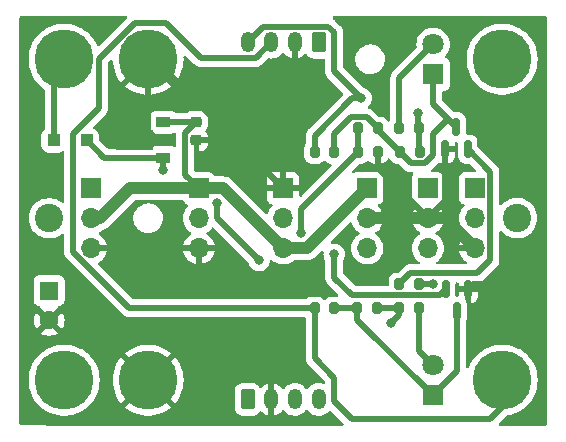
<source format=gbl>
G04 #@! TF.GenerationSoftware,KiCad,Pcbnew,7.0.10*
G04 #@! TF.CreationDate,2025-02-01T12:29:44+01:00*
G04 #@! TF.ProjectId,Multi Sensor Board,4d756c74-6920-4536-956e-736f7220426f,rev?*
G04 #@! TF.SameCoordinates,Original*
G04 #@! TF.FileFunction,Copper,L2,Bot*
G04 #@! TF.FilePolarity,Positive*
%FSLAX46Y46*%
G04 Gerber Fmt 4.6, Leading zero omitted, Abs format (unit mm)*
G04 Created by KiCad (PCBNEW 7.0.10) date 2025-02-01 12:29:44*
%MOMM*%
%LPD*%
G01*
G04 APERTURE LIST*
G04 Aperture macros list*
%AMRoundRect*
0 Rectangle with rounded corners*
0 $1 Rounding radius*
0 $2 $3 $4 $5 $6 $7 $8 $9 X,Y pos of 4 corners*
0 Add a 4 corners polygon primitive as box body*
4,1,4,$2,$3,$4,$5,$6,$7,$8,$9,$2,$3,0*
0 Add four circle primitives for the rounded corners*
1,1,$1+$1,$2,$3*
1,1,$1+$1,$4,$5*
1,1,$1+$1,$6,$7*
1,1,$1+$1,$8,$9*
0 Add four rect primitives between the rounded corners*
20,1,$1+$1,$2,$3,$4,$5,0*
20,1,$1+$1,$4,$5,$6,$7,0*
20,1,$1+$1,$6,$7,$8,$9,0*
20,1,$1+$1,$8,$9,$2,$3,0*%
%AMFreePoly0*
4,1,9,3.862500,-0.866500,0.737500,-0.866500,0.737500,-0.450000,-0.737500,-0.450000,-0.737500,0.450000,0.737500,0.450000,0.737500,0.866500,3.862500,0.866500,3.862500,-0.866500,3.862500,-0.866500,$1*%
G04 Aperture macros list end*
G04 #@! TA.AperFunction,ComponentPad*
%ADD10C,5.000000*%
G04 #@! TD*
G04 #@! TA.AperFunction,ComponentPad*
%ADD11C,2.400000*%
G04 #@! TD*
G04 #@! TA.AperFunction,ComponentPad*
%ADD12R,1.700000X1.700000*%
G04 #@! TD*
G04 #@! TA.AperFunction,ComponentPad*
%ADD13O,1.700000X1.700000*%
G04 #@! TD*
G04 #@! TA.AperFunction,ComponentPad*
%ADD14RoundRect,0.250000X0.350000X0.625000X-0.350000X0.625000X-0.350000X-0.625000X0.350000X-0.625000X0*%
G04 #@! TD*
G04 #@! TA.AperFunction,ComponentPad*
%ADD15O,1.200000X1.750000*%
G04 #@! TD*
G04 #@! TA.AperFunction,ComponentPad*
%ADD16RoundRect,0.250000X-0.350000X-0.625000X0.350000X-0.625000X0.350000X0.625000X-0.350000X0.625000X0*%
G04 #@! TD*
G04 #@! TA.AperFunction,ComponentPad*
%ADD17R,1.800000X1.800000*%
G04 #@! TD*
G04 #@! TA.AperFunction,ComponentPad*
%ADD18C,1.800000*%
G04 #@! TD*
G04 #@! TA.AperFunction,SMDPad,CuDef*
%ADD19RoundRect,0.200000X0.200000X0.275000X-0.200000X0.275000X-0.200000X-0.275000X0.200000X-0.275000X0*%
G04 #@! TD*
G04 #@! TA.AperFunction,SMDPad,CuDef*
%ADD20RoundRect,0.150000X0.150000X-0.587500X0.150000X0.587500X-0.150000X0.587500X-0.150000X-0.587500X0*%
G04 #@! TD*
G04 #@! TA.AperFunction,SMDPad,CuDef*
%ADD21RoundRect,0.200000X-0.200000X-0.275000X0.200000X-0.275000X0.200000X0.275000X-0.200000X0.275000X0*%
G04 #@! TD*
G04 #@! TA.AperFunction,SMDPad,CuDef*
%ADD22RoundRect,0.250000X0.300000X0.300000X-0.300000X0.300000X-0.300000X-0.300000X0.300000X-0.300000X0*%
G04 #@! TD*
G04 #@! TA.AperFunction,ComponentPad*
%ADD23R,1.600000X1.600000*%
G04 #@! TD*
G04 #@! TA.AperFunction,ComponentPad*
%ADD24C,1.600000*%
G04 #@! TD*
G04 #@! TA.AperFunction,SMDPad,CuDef*
%ADD25RoundRect,0.150000X-0.150000X0.587500X-0.150000X-0.587500X0.150000X-0.587500X0.150000X0.587500X0*%
G04 #@! TD*
G04 #@! TA.AperFunction,SMDPad,CuDef*
%ADD26R,1.300000X0.900000*%
G04 #@! TD*
G04 #@! TA.AperFunction,SMDPad,CuDef*
%ADD27FreePoly0,180.000000*%
G04 #@! TD*
G04 #@! TA.AperFunction,SMDPad,CuDef*
%ADD28RoundRect,0.225000X-0.250000X0.225000X-0.250000X-0.225000X0.250000X-0.225000X0.250000X0.225000X0*%
G04 #@! TD*
G04 #@! TA.AperFunction,ViaPad*
%ADD29C,0.800000*%
G04 #@! TD*
G04 #@! TA.AperFunction,Conductor*
%ADD30C,0.500000*%
G04 #@! TD*
G04 #@! TA.AperFunction,Conductor*
%ADD31C,1.000000*%
G04 #@! TD*
G04 APERTURE END LIST*
D10*
X161036000Y-83820000D03*
D11*
X162306000Y-97267000D03*
D12*
X142494000Y-94742000D03*
D13*
X142494000Y-97282000D03*
X142494000Y-99822000D03*
D12*
X149622000Y-94742000D03*
D13*
X149622000Y-97282000D03*
X149622000Y-99822000D03*
D12*
X135366000Y-94742000D03*
D13*
X135366000Y-97282000D03*
X135366000Y-99822000D03*
D11*
X122682000Y-97282000D03*
D10*
X131064000Y-110998000D03*
X131064000Y-83820000D03*
D12*
X158750000Y-94742000D03*
D13*
X158750000Y-97282000D03*
X158750000Y-99822000D03*
D10*
X123952000Y-83820000D03*
D14*
X145490475Y-82376000D03*
D15*
X143490475Y-82376000D03*
X141490475Y-82376000D03*
X139490475Y-82376000D03*
D12*
X154750000Y-94742000D03*
D13*
X154750000Y-97282000D03*
X154750000Y-99822000D03*
D10*
X123952000Y-110998000D03*
D16*
X139490475Y-112621129D03*
D15*
X141490475Y-112621129D03*
X143490475Y-112621129D03*
X145490475Y-112621129D03*
D12*
X126238000Y-94742000D03*
D13*
X126238000Y-97282000D03*
X126238000Y-99822000D03*
D17*
X155194000Y-85095000D03*
D18*
X155194000Y-82555000D03*
D17*
X155194000Y-112273000D03*
D18*
X155194000Y-109733000D03*
D10*
X161036000Y-110998000D03*
D19*
X154050000Y-91694000D03*
X152400000Y-91694000D03*
D20*
X158110000Y-91440000D03*
X156210000Y-91440000D03*
X157160000Y-89565000D03*
D19*
X153987000Y-89662000D03*
X152337000Y-89662000D03*
X150431000Y-104902000D03*
X148781000Y-104902000D03*
X146812000Y-104902000D03*
X145162000Y-104902000D03*
D21*
X148844000Y-91694000D03*
X150494000Y-91694000D03*
D19*
X153987000Y-102870000D03*
X152337000Y-102870000D03*
X146812000Y-91694000D03*
X145162000Y-91694000D03*
D22*
X125860000Y-90678000D03*
X123060000Y-90678000D03*
D21*
X152337000Y-104902000D03*
X153987000Y-104902000D03*
D23*
X122682000Y-103418000D03*
D24*
X122682000Y-105918000D03*
D19*
X150494000Y-89662000D03*
X148844000Y-89662000D03*
D25*
X156276000Y-103281000D03*
X158176000Y-103281000D03*
X157226000Y-105156000D03*
D26*
X132334000Y-89154000D03*
D27*
X132246500Y-90654000D03*
D26*
X132334000Y-92154000D03*
D28*
X135128000Y-89128000D03*
X135128000Y-90678000D03*
D29*
X159766000Y-102870000D03*
X132334000Y-93218000D03*
X151638000Y-106172000D03*
X153924000Y-88392000D03*
X155194000Y-102870000D03*
X144018000Y-98552000D03*
X146812000Y-100330000D03*
X136906000Y-96012000D03*
X149098000Y-87122000D03*
X140462000Y-100838000D03*
D30*
X131834000Y-90654000D02*
X131064000Y-89884000D01*
X156210000Y-95822000D02*
X154750000Y-97282000D01*
X156210000Y-91440000D02*
X156210000Y-95822000D01*
D31*
X154750000Y-97282000D02*
X149622000Y-97282000D01*
D30*
X131572000Y-83820000D02*
X131064000Y-83820000D01*
X131064000Y-89884000D02*
X131064000Y-83820000D01*
D31*
X154750000Y-97282000D02*
X156210000Y-97282000D01*
D30*
X138430000Y-90678000D02*
X131572000Y-83820000D01*
X138430000Y-90678000D02*
X142494000Y-94742000D01*
X159766000Y-102870000D02*
X158587000Y-102870000D01*
X150494000Y-91694000D02*
X150494000Y-93026000D01*
D31*
X156210000Y-97282000D02*
X158750000Y-99822000D01*
D30*
X132246500Y-90654000D02*
X131834000Y-90654000D01*
X158587000Y-102870000D02*
X158176000Y-103281000D01*
X135128000Y-90678000D02*
X138430000Y-90678000D01*
X150494000Y-93026000D02*
X154750000Y-97282000D01*
X153924000Y-89599000D02*
X153987000Y-89662000D01*
X150431000Y-104902000D02*
X152337000Y-104902000D01*
X132334000Y-92154000D02*
X127336000Y-92154000D01*
X153987000Y-89662000D02*
X153987000Y-91631000D01*
X152337000Y-105473000D02*
X151638000Y-106172000D01*
X127336000Y-92154000D02*
X125860000Y-90678000D01*
X153924000Y-88392000D02*
X153924000Y-89599000D01*
X152337000Y-104902000D02*
X152337000Y-105473000D01*
X153987000Y-91631000D02*
X154050000Y-91694000D01*
X132334000Y-93218000D02*
X132334000Y-92154000D01*
X156479500Y-88884500D02*
X157160000Y-89565000D01*
X150494000Y-89662000D02*
X150494000Y-89788000D01*
X155194000Y-91949780D02*
X155194000Y-90170000D01*
X150494000Y-89662000D02*
X149569000Y-88737000D01*
X149569000Y-88737000D02*
X148245000Y-88737000D01*
X146812000Y-90170000D02*
X146812000Y-91694000D01*
X148245000Y-88737000D02*
X146812000Y-90170000D01*
X155194000Y-90170000D02*
X156479500Y-88884500D01*
X154524780Y-92619000D02*
X155194000Y-91949780D01*
X155194000Y-87599000D02*
X156479500Y-88884500D01*
X153325000Y-92619000D02*
X154524780Y-92619000D01*
X150494000Y-89788000D02*
X152400000Y-91694000D01*
X152400000Y-91694000D02*
X153325000Y-92619000D01*
X155194000Y-85095000D02*
X155194000Y-87599000D01*
X146812000Y-104902000D02*
X148781000Y-104902000D01*
X148781000Y-104902000D02*
X148781000Y-105860000D01*
X157226000Y-105156000D02*
X157226000Y-110241000D01*
X157226000Y-110241000D02*
X155194000Y-112273000D01*
X148781000Y-105860000D02*
X155194000Y-112273000D01*
X155194000Y-82555000D02*
X152337000Y-85412000D01*
X152337000Y-85412000D02*
X152337000Y-89662000D01*
X153987000Y-104902000D02*
X153987000Y-108526000D01*
X153987000Y-108526000D02*
X155194000Y-109733000D01*
X153987000Y-102870000D02*
X155194000Y-102870000D01*
X145162000Y-104902000D02*
X145162000Y-109128427D01*
X126902000Y-87982000D02*
X124714000Y-90170000D01*
X124714000Y-100136478D02*
X129479522Y-104902000D01*
X129479522Y-104902000D02*
X145162000Y-104902000D01*
X161036000Y-113284000D02*
X161036000Y-110998000D01*
X146812000Y-110778427D02*
X146812000Y-112776000D01*
X160020000Y-114300000D02*
X161036000Y-113284000D01*
X148336000Y-114300000D02*
X160020000Y-114300000D01*
X132588000Y-80772000D02*
X129940069Y-80772000D01*
X124714000Y-90170000D02*
X124714000Y-100136478D01*
X135517000Y-83701000D02*
X132588000Y-80772000D01*
X140165475Y-83701000D02*
X135517000Y-83701000D01*
X145162000Y-109128427D02*
X146812000Y-110778427D01*
X129940069Y-80772000D02*
X126902000Y-83810069D01*
X141490475Y-82376000D02*
X140165475Y-83701000D01*
X126902000Y-83810069D02*
X126902000Y-87982000D01*
X146812000Y-112776000D02*
X148336000Y-114300000D01*
X146812000Y-102300780D02*
X146812000Y-100330000D01*
X155762000Y-103795000D02*
X148306220Y-103795000D01*
X144018000Y-98552000D02*
X144018000Y-96520000D01*
X148306220Y-103795000D02*
X146812000Y-102300780D01*
X144018000Y-96520000D02*
X148844000Y-91694000D01*
X148844000Y-89662000D02*
X148844000Y-91694000D01*
X156276000Y-103281000D02*
X155762000Y-103795000D01*
X160050000Y-93380000D02*
X160050000Y-100808000D01*
X158913000Y-101945000D02*
X153262000Y-101945000D01*
X158110000Y-91440000D02*
X160050000Y-93380000D01*
X153262000Y-101945000D02*
X152337000Y-102870000D01*
X160050000Y-100808000D02*
X158913000Y-101945000D01*
X136906000Y-96012000D02*
X136906000Y-97282000D01*
X148336000Y-87122000D02*
X149098000Y-87122000D01*
X146329000Y-81051000D02*
X146812000Y-81534000D01*
X145162000Y-90296000D02*
X148336000Y-87122000D01*
X140815475Y-81051000D02*
X146329000Y-81051000D01*
X136906000Y-97282000D02*
X140462000Y-100838000D01*
X145162000Y-91694000D02*
X145162000Y-90296000D01*
X146812000Y-81534000D02*
X146812000Y-84836000D01*
X146812000Y-84836000D02*
X149098000Y-87122000D01*
X139490475Y-82376000D02*
X140815475Y-81051000D01*
X123060000Y-84712000D02*
X123952000Y-83820000D01*
X123060000Y-90678000D02*
X123060000Y-84712000D01*
D31*
X126238000Y-97282000D02*
X127000000Y-97282000D01*
D30*
X135128000Y-89128000D02*
X135128000Y-89154000D01*
D31*
X129540000Y-94742000D02*
X135366000Y-94742000D01*
X137414000Y-94742000D02*
X142494000Y-99822000D01*
D30*
X134203000Y-93579000D02*
X135366000Y-94742000D01*
X135128000Y-89154000D02*
X134203000Y-90079000D01*
D31*
X142494000Y-99822000D02*
X144542000Y-99822000D01*
X135366000Y-94742000D02*
X137414000Y-94742000D01*
D30*
X132334000Y-89154000D02*
X135102000Y-89154000D01*
D31*
X127000000Y-97282000D02*
X129540000Y-94742000D01*
D30*
X134203000Y-90079000D02*
X134203000Y-93579000D01*
X135102000Y-89154000D02*
X135128000Y-89128000D01*
D31*
X144542000Y-99822000D02*
X149622000Y-94742000D01*
G04 #@! TA.AperFunction,Conductor*
G36*
X129241525Y-80185224D02*
G01*
X129287280Y-80238028D01*
X129297224Y-80307186D01*
X129268199Y-80370742D01*
X129262167Y-80377220D01*
X126933000Y-82706386D01*
X126871677Y-82739871D01*
X126801985Y-82734887D01*
X126746052Y-82693015D01*
X126731460Y-82667819D01*
X126706386Y-82609692D01*
X126645050Y-82467499D01*
X126480772Y-82182961D01*
X126469824Y-82163998D01*
X126260554Y-81882899D01*
X126260549Y-81882893D01*
X126144262Y-81759638D01*
X126020057Y-81627988D01*
X126020050Y-81627982D01*
X126020048Y-81627980D01*
X125751600Y-81402724D01*
X125751597Y-81402722D01*
X125458800Y-81210147D01*
X125408569Y-81184920D01*
X125145633Y-81052868D01*
X125145627Y-81052865D01*
X124816322Y-80933008D01*
X124816301Y-80933001D01*
X124475321Y-80852186D01*
X124475306Y-80852184D01*
X124127225Y-80811500D01*
X123776775Y-80811500D01*
X123472204Y-80847098D01*
X123428693Y-80852184D01*
X123428678Y-80852186D01*
X123087698Y-80933001D01*
X123087677Y-80933008D01*
X122758372Y-81052865D01*
X122758366Y-81052868D01*
X122445203Y-81210145D01*
X122152399Y-81402724D01*
X121883951Y-81627980D01*
X121883941Y-81627990D01*
X121643450Y-81882893D01*
X121643445Y-81882899D01*
X121434175Y-82163998D01*
X121258952Y-82467494D01*
X121258946Y-82467507D01*
X121120143Y-82789286D01*
X121019632Y-83125017D01*
X121019630Y-83125024D01*
X120958779Y-83470131D01*
X120958778Y-83470142D01*
X120938401Y-83819996D01*
X120938401Y-83820003D01*
X120958778Y-84169857D01*
X120958779Y-84169868D01*
X121019630Y-84514975D01*
X121019632Y-84514982D01*
X121120143Y-84850713D01*
X121258946Y-85172492D01*
X121258952Y-85172505D01*
X121434175Y-85476001D01*
X121643445Y-85757100D01*
X121643450Y-85757106D01*
X121646461Y-85760297D01*
X121883943Y-86012012D01*
X121883949Y-86012017D01*
X121883951Y-86012019D01*
X122152395Y-86237272D01*
X122152398Y-86237274D01*
X122152403Y-86237278D01*
X122245640Y-86298600D01*
X122290833Y-86351884D01*
X122301500Y-86402200D01*
X122301500Y-89712455D01*
X122281815Y-89779494D01*
X122265182Y-89800136D01*
X122160969Y-89904349D01*
X122067886Y-90055259D01*
X122067884Y-90055264D01*
X122012113Y-90223572D01*
X122001500Y-90327447D01*
X122001500Y-91028537D01*
X122001501Y-91028553D01*
X122012113Y-91132427D01*
X122067884Y-91300735D01*
X122067886Y-91300740D01*
X122095686Y-91345810D01*
X122160970Y-91451652D01*
X122286348Y-91577030D01*
X122437262Y-91670115D01*
X122605574Y-91725887D01*
X122709455Y-91736500D01*
X123410544Y-91736499D01*
X123514426Y-91725887D01*
X123682738Y-91670115D01*
X123751020Y-91627998D01*
X123766403Y-91618510D01*
X123833795Y-91600069D01*
X123900459Y-91620991D01*
X123945228Y-91674633D01*
X123955500Y-91724048D01*
X123955500Y-95848757D01*
X123935815Y-95915796D01*
X123883011Y-95961551D01*
X123813853Y-95971495D01*
X123754601Y-95944435D01*
X123753844Y-95945386D01*
X123750216Y-95942492D01*
X123538649Y-95798248D01*
X123538638Y-95798241D01*
X123307940Y-95687144D01*
X123307921Y-95687137D01*
X123063248Y-95611666D01*
X123063238Y-95611663D01*
X122810041Y-95573500D01*
X122810034Y-95573500D01*
X122553966Y-95573500D01*
X122553958Y-95573500D01*
X122300761Y-95611663D01*
X122300755Y-95611665D01*
X122056061Y-95687143D01*
X121825362Y-95798241D01*
X121825361Y-95798242D01*
X121613780Y-95942495D01*
X121426072Y-96116661D01*
X121266413Y-96316869D01*
X121138378Y-96538630D01*
X121044828Y-96776993D01*
X121044822Y-96777012D01*
X120987844Y-97026651D01*
X120987843Y-97026656D01*
X120968709Y-97281995D01*
X120968709Y-97282004D01*
X120987843Y-97537343D01*
X120987844Y-97537348D01*
X121044822Y-97786987D01*
X121044824Y-97786996D01*
X121044826Y-97787001D01*
X121138378Y-98025369D01*
X121266413Y-98247131D01*
X121356289Y-98359832D01*
X121426072Y-98447338D01*
X121559176Y-98570839D01*
X121613781Y-98621505D01*
X121825355Y-98765754D01*
X121825360Y-98765756D01*
X121825361Y-98765757D01*
X121825362Y-98765758D01*
X121936117Y-98819094D01*
X122056061Y-98876856D01*
X122056062Y-98876856D01*
X122056065Y-98876858D01*
X122300757Y-98952335D01*
X122300758Y-98952335D01*
X122300761Y-98952336D01*
X122553958Y-98990499D01*
X122553963Y-98990499D01*
X122553966Y-98990500D01*
X122553967Y-98990500D01*
X122810033Y-98990500D01*
X122810034Y-98990500D01*
X122810041Y-98990499D01*
X123063238Y-98952336D01*
X123063239Y-98952335D01*
X123063243Y-98952335D01*
X123307935Y-98876858D01*
X123538646Y-98765754D01*
X123750219Y-98621505D01*
X123750222Y-98621502D01*
X123753844Y-98618614D01*
X123755227Y-98620348D01*
X123809576Y-98593196D01*
X123879040Y-98600717D01*
X123933410Y-98644599D01*
X123955424Y-98710910D01*
X123955500Y-98715242D01*
X123955500Y-100072184D01*
X123954191Y-100090154D01*
X123950658Y-100114269D01*
X123955028Y-100164202D01*
X123955500Y-100175011D01*
X123955500Y-100180661D01*
X123959139Y-100211800D01*
X123959505Y-100215383D01*
X123966112Y-100290904D01*
X123967572Y-100297972D01*
X123967526Y-100297981D01*
X123969209Y-100305572D01*
X123969254Y-100305562D01*
X123970919Y-100312588D01*
X123996854Y-100383845D01*
X123998037Y-100387248D01*
X124016413Y-100442699D01*
X124021886Y-100459216D01*
X124021889Y-100459221D01*
X124024940Y-100465764D01*
X124024896Y-100465784D01*
X124028284Y-100472782D01*
X124028327Y-100472761D01*
X124031568Y-100479215D01*
X124073245Y-100542581D01*
X124075167Y-100545598D01*
X124114970Y-100610129D01*
X124114971Y-100610130D01*
X124114973Y-100610133D01*
X124119451Y-100615796D01*
X124119413Y-100615825D01*
X124124320Y-100621850D01*
X124124357Y-100621820D01*
X124129002Y-100627355D01*
X124184172Y-100679405D01*
X124186760Y-100681919D01*
X128897718Y-105392877D01*
X128909499Y-105406509D01*
X128924053Y-105426058D01*
X128962457Y-105458283D01*
X128970423Y-105465582D01*
X128974422Y-105469581D01*
X128998992Y-105489008D01*
X129001788Y-105491286D01*
X129033625Y-105518000D01*
X129059882Y-105540032D01*
X129059884Y-105540033D01*
X129065918Y-105544002D01*
X129065892Y-105544041D01*
X129072449Y-105548218D01*
X129072475Y-105548178D01*
X129078613Y-105551964D01*
X129078617Y-105551967D01*
X129147353Y-105584019D01*
X129150566Y-105585574D01*
X129218334Y-105619609D01*
X129218339Y-105619610D01*
X129225128Y-105622082D01*
X129225111Y-105622128D01*
X129232446Y-105624677D01*
X129232462Y-105624632D01*
X129239311Y-105626902D01*
X129239316Y-105626903D01*
X129313672Y-105642256D01*
X129317079Y-105643011D01*
X129390866Y-105660500D01*
X129390872Y-105660500D01*
X129398039Y-105661338D01*
X129398033Y-105661386D01*
X129405764Y-105662177D01*
X129405769Y-105662130D01*
X129412959Y-105662759D01*
X129412963Y-105662758D01*
X129412964Y-105662759D01*
X129488815Y-105660552D01*
X129492421Y-105660500D01*
X144279500Y-105660500D01*
X144346539Y-105680185D01*
X144392294Y-105732989D01*
X144403500Y-105784500D01*
X144403500Y-109064133D01*
X144402191Y-109082103D01*
X144398658Y-109106218D01*
X144403028Y-109156151D01*
X144403500Y-109166960D01*
X144403500Y-109172610D01*
X144407139Y-109203749D01*
X144407505Y-109207332D01*
X144414112Y-109282853D01*
X144415572Y-109289921D01*
X144415526Y-109289930D01*
X144417209Y-109297521D01*
X144417254Y-109297511D01*
X144418919Y-109304537D01*
X144444854Y-109375794D01*
X144446037Y-109379197D01*
X144462727Y-109429561D01*
X144469886Y-109451165D01*
X144469889Y-109451170D01*
X144472940Y-109457713D01*
X144472896Y-109457733D01*
X144476284Y-109464731D01*
X144476327Y-109464710D01*
X144479568Y-109471164D01*
X144521245Y-109534530D01*
X144523167Y-109537547D01*
X144562970Y-109602078D01*
X144562971Y-109602079D01*
X144562973Y-109602082D01*
X144567451Y-109607745D01*
X144567413Y-109607774D01*
X144572320Y-109613799D01*
X144572357Y-109613769D01*
X144577002Y-109619304D01*
X144632172Y-109671354D01*
X144634760Y-109673868D01*
X146017181Y-111056289D01*
X146050666Y-111117612D01*
X146053500Y-111143970D01*
X146053500Y-111193846D01*
X146033815Y-111260885D01*
X145981011Y-111306640D01*
X145911853Y-111316584D01*
X145888943Y-111311026D01*
X145868686Y-111304015D01*
X145839259Y-111293830D01*
X145753003Y-111263976D01*
X145700616Y-111256444D01*
X145543459Y-111233848D01*
X145543456Y-111233848D01*
X145513237Y-111235287D01*
X145332001Y-111243921D01*
X145262075Y-111260885D01*
X145126274Y-111293830D01*
X145126272Y-111293830D01*
X144933704Y-111381772D01*
X144933698Y-111381776D01*
X144761264Y-111504565D01*
X144761258Y-111504571D01*
X144615169Y-111657786D01*
X144594275Y-111690297D01*
X144541471Y-111736051D01*
X144472312Y-111745994D01*
X144408757Y-111716968D01*
X144392493Y-111699912D01*
X144296383Y-111577697D01*
X144232660Y-111522480D01*
X144136397Y-111439067D01*
X144136386Y-111439059D01*
X143953059Y-111333217D01*
X143953058Y-111333216D01*
X143953057Y-111333216D01*
X143839259Y-111293830D01*
X143753003Y-111263976D01*
X143700616Y-111256444D01*
X143543459Y-111233848D01*
X143543456Y-111233848D01*
X143513237Y-111235287D01*
X143332001Y-111243921D01*
X143262075Y-111260885D01*
X143126274Y-111293830D01*
X143126272Y-111293830D01*
X142933704Y-111381772D01*
X142933698Y-111381776D01*
X142761264Y-111504565D01*
X142761258Y-111504571D01*
X142615170Y-111657784D01*
X142589414Y-111697862D01*
X142536610Y-111743617D01*
X142467451Y-111753560D01*
X142403896Y-111724534D01*
X142387629Y-111707474D01*
X142290206Y-111583591D01*
X142290203Y-111583588D01*
X142131444Y-111446023D01*
X142131433Y-111446014D01*
X141949514Y-111340984D01*
X141949507Y-111340981D01*
X141750991Y-111272273D01*
X141740475Y-111270761D01*
X141740475Y-112340511D01*
X141671423Y-112286766D01*
X141553051Y-112246129D01*
X141459402Y-112246129D01*
X141367029Y-112261543D01*
X141256961Y-112321110D01*
X141240475Y-112339018D01*
X141240475Y-111274869D01*
X141240474Y-111274869D01*
X141129069Y-111301897D01*
X141129057Y-111301901D01*
X140937972Y-111389166D01*
X140937971Y-111389167D01*
X140766855Y-111511018D01*
X140766848Y-111511024D01*
X140674703Y-111607664D01*
X140614194Y-111642599D01*
X140544403Y-111639274D01*
X140487489Y-111598745D01*
X140479422Y-111587191D01*
X140439507Y-111522480D01*
X140439504Y-111522476D01*
X140314128Y-111397100D01*
X140314127Y-111397099D01*
X140183592Y-111316584D01*
X140163215Y-111304015D01*
X140163210Y-111304013D01*
X139994902Y-111248242D01*
X139891021Y-111237629D01*
X139089937Y-111237629D01*
X139089921Y-111237630D01*
X138986047Y-111248242D01*
X138817739Y-111304013D01*
X138817734Y-111304015D01*
X138666821Y-111397100D01*
X138541446Y-111522475D01*
X138448361Y-111673388D01*
X138448359Y-111673393D01*
X138392588Y-111841701D01*
X138381975Y-111945576D01*
X138381975Y-113296666D01*
X138381976Y-113296682D01*
X138392588Y-113400556D01*
X138448359Y-113568864D01*
X138448361Y-113568869D01*
X138474293Y-113610911D01*
X138541445Y-113719781D01*
X138666823Y-113845159D01*
X138817737Y-113938244D01*
X138986049Y-113994016D01*
X139089930Y-114004629D01*
X139891019Y-114004628D01*
X139994901Y-113994016D01*
X140163213Y-113938244D01*
X140314127Y-113845159D01*
X140439505Y-113719781D01*
X140477837Y-113657634D01*
X140529784Y-113610911D01*
X140598746Y-113599688D01*
X140662828Y-113627531D01*
X140680844Y-113646078D01*
X140690746Y-113658669D01*
X140849505Y-113796234D01*
X140849516Y-113796243D01*
X141031435Y-113901273D01*
X141031442Y-113901276D01*
X141229962Y-113969985D01*
X141240475Y-113971496D01*
X141240475Y-112901746D01*
X141309527Y-112955492D01*
X141427899Y-112996129D01*
X141521548Y-112996129D01*
X141613921Y-112980715D01*
X141723989Y-112921148D01*
X141740475Y-112903239D01*
X141740475Y-113967386D01*
X141851884Y-113940358D01*
X142042982Y-113853088D01*
X142214094Y-113731239D01*
X142214100Y-113731233D01*
X142359069Y-113579194D01*
X142381112Y-113544894D01*
X142433915Y-113499138D01*
X142503073Y-113489194D01*
X142566629Y-113518218D01*
X142582898Y-113535280D01*
X142684564Y-113664558D01*
X142684568Y-113664562D01*
X142844552Y-113803190D01*
X142844563Y-113803198D01*
X142917243Y-113845159D01*
X143027893Y-113909042D01*
X143227948Y-113978282D01*
X143437491Y-114008410D01*
X143648949Y-113998337D01*
X143854679Y-113948427D01*
X144047246Y-113860485D01*
X144181152Y-113765131D01*
X144219685Y-113737692D01*
X144219686Y-113737690D01*
X144219690Y-113737688D01*
X144365778Y-113584475D01*
X144386673Y-113551960D01*
X144439475Y-113506207D01*
X144508633Y-113496263D01*
X144572189Y-113525287D01*
X144588456Y-113542346D01*
X144684565Y-113664558D01*
X144684569Y-113664563D01*
X144844552Y-113803190D01*
X144844563Y-113803198D01*
X144917243Y-113845159D01*
X145027893Y-113909042D01*
X145227948Y-113978282D01*
X145437491Y-114008410D01*
X145648949Y-113998337D01*
X145854679Y-113948427D01*
X146047246Y-113860485D01*
X146181152Y-113765131D01*
X146219685Y-113737692D01*
X146219686Y-113737690D01*
X146219690Y-113737688D01*
X146365778Y-113584475D01*
X146365781Y-113584468D01*
X146366987Y-113583205D01*
X146427496Y-113548270D01*
X146497286Y-113551594D01*
X146544412Y-113581093D01*
X147586099Y-114622780D01*
X147619584Y-114684103D01*
X147614600Y-114753795D01*
X147572728Y-114809728D01*
X147507264Y-114834145D01*
X147498418Y-114834461D01*
X124598432Y-114834461D01*
X124597735Y-114834459D01*
X120288842Y-114810250D01*
X120221915Y-114790189D01*
X120176457Y-114737129D01*
X120165539Y-114686252D01*
X120165539Y-110998003D01*
X120938401Y-110998003D01*
X120958778Y-111347857D01*
X120958779Y-111347868D01*
X121019630Y-111692975D01*
X121019632Y-111692982D01*
X121120143Y-112028713D01*
X121258946Y-112350492D01*
X121258952Y-112350505D01*
X121434175Y-112654001D01*
X121643445Y-112935100D01*
X121643450Y-112935106D01*
X121701023Y-112996129D01*
X121883943Y-113190012D01*
X121883949Y-113190017D01*
X121883951Y-113190019D01*
X122144264Y-113408449D01*
X122152403Y-113415278D01*
X122445200Y-113607853D01*
X122758374Y-113765135D01*
X123087690Y-113884996D01*
X123087696Y-113884997D01*
X123087698Y-113884998D01*
X123428678Y-113965813D01*
X123428685Y-113965814D01*
X123428694Y-113965816D01*
X123776775Y-114006500D01*
X123776782Y-114006500D01*
X124127218Y-114006500D01*
X124127225Y-114006500D01*
X124475306Y-113965816D01*
X124475315Y-113965813D01*
X124475321Y-113965813D01*
X124750371Y-113900623D01*
X124816310Y-113884996D01*
X125145626Y-113765135D01*
X125458800Y-113607853D01*
X125751597Y-113415278D01*
X126020057Y-113190012D01*
X126260551Y-112935104D01*
X126469825Y-112654000D01*
X126645050Y-112350501D01*
X126783857Y-112028712D01*
X126884367Y-111692984D01*
X126884717Y-111691002D01*
X126945220Y-111347868D01*
X126945219Y-111347868D01*
X126945222Y-111347857D01*
X126965599Y-110998003D01*
X128058916Y-110998003D01*
X128079235Y-111346869D01*
X128079236Y-111346880D01*
X128139914Y-111691002D01*
X128139916Y-111691011D01*
X128240145Y-112025800D01*
X128378555Y-112346670D01*
X128378561Y-112346683D01*
X128553289Y-112649322D01*
X128761967Y-112929625D01*
X128770148Y-112938296D01*
X130017664Y-111690780D01*
X130156855Y-111865320D01*
X130326299Y-112013358D01*
X130373808Y-112041743D01*
X129126818Y-113288733D01*
X129126819Y-113288734D01*
X129269484Y-113408445D01*
X129561461Y-113600480D01*
X129873739Y-113757314D01*
X129873745Y-113757316D01*
X130202130Y-113876838D01*
X130202133Y-113876839D01*
X130542171Y-113957429D01*
X130889276Y-113997999D01*
X130889277Y-113998000D01*
X131238723Y-113998000D01*
X131238723Y-113997999D01*
X131585827Y-113957429D01*
X131585829Y-113957429D01*
X131925866Y-113876839D01*
X131925869Y-113876838D01*
X132254254Y-113757316D01*
X132254260Y-113757314D01*
X132566538Y-113600480D01*
X132858509Y-113408449D01*
X132858510Y-113408448D01*
X133001179Y-113288734D01*
X133001180Y-113288733D01*
X131754126Y-112041678D01*
X131889747Y-111943144D01*
X132045239Y-111780512D01*
X132106801Y-111687248D01*
X133357849Y-112938297D01*
X133357851Y-112938296D01*
X133366022Y-112929636D01*
X133366033Y-112929623D01*
X133574710Y-112649322D01*
X133749438Y-112346683D01*
X133749444Y-112346670D01*
X133887854Y-112025800D01*
X133988083Y-111691011D01*
X133988085Y-111691002D01*
X134048763Y-111346880D01*
X134048764Y-111346869D01*
X134069084Y-110998003D01*
X134069084Y-110997996D01*
X134048764Y-110649130D01*
X134048763Y-110649119D01*
X133988085Y-110304997D01*
X133988083Y-110304988D01*
X133887854Y-109970199D01*
X133749444Y-109649329D01*
X133749438Y-109649316D01*
X133574710Y-109346677D01*
X133366032Y-109066374D01*
X133357850Y-109057702D01*
X132110334Y-110305218D01*
X131971145Y-110130680D01*
X131801701Y-109982642D01*
X131754190Y-109954255D01*
X133001180Y-108707265D01*
X133001179Y-108707264D01*
X132858519Y-108587557D01*
X132566538Y-108395519D01*
X132254260Y-108238685D01*
X132254254Y-108238683D01*
X131925869Y-108119161D01*
X131925866Y-108119160D01*
X131585828Y-108038570D01*
X131238723Y-107998000D01*
X130889277Y-107998000D01*
X130542172Y-108038570D01*
X130542170Y-108038570D01*
X130202133Y-108119160D01*
X130202130Y-108119161D01*
X129873745Y-108238683D01*
X129873739Y-108238685D01*
X129561461Y-108395519D01*
X129269480Y-108587557D01*
X129126819Y-108707264D01*
X129126818Y-108707265D01*
X130373874Y-109954321D01*
X130238253Y-110052856D01*
X130082761Y-110215488D01*
X130021198Y-110308751D01*
X128770148Y-109057701D01*
X128770147Y-109057702D01*
X128761976Y-109066363D01*
X128761972Y-109066368D01*
X128553289Y-109346677D01*
X128378561Y-109649316D01*
X128378555Y-109649329D01*
X128240145Y-109970199D01*
X128139916Y-110304988D01*
X128139914Y-110304997D01*
X128079236Y-110649119D01*
X128079235Y-110649130D01*
X128058916Y-110997996D01*
X128058916Y-110998003D01*
X126965599Y-110998003D01*
X126965599Y-110998000D01*
X126945222Y-110648143D01*
X126938526Y-110610168D01*
X126884369Y-110303024D01*
X126884367Y-110303017D01*
X126879738Y-110287554D01*
X126783857Y-109967288D01*
X126645050Y-109645499D01*
X126469825Y-109342000D01*
X126469824Y-109341998D01*
X126260554Y-109060899D01*
X126260549Y-109060893D01*
X126139041Y-108932103D01*
X126020057Y-108805988D01*
X126020050Y-108805982D01*
X126020048Y-108805980D01*
X125751600Y-108580724D01*
X125704591Y-108549806D01*
X125458800Y-108388147D01*
X125394458Y-108355833D01*
X125145633Y-108230868D01*
X125145627Y-108230865D01*
X124816322Y-108111008D01*
X124816301Y-108111001D01*
X124475321Y-108030186D01*
X124475306Y-108030184D01*
X124127225Y-107989500D01*
X123776775Y-107989500D01*
X123472204Y-108025098D01*
X123428693Y-108030184D01*
X123428678Y-108030186D01*
X123087698Y-108111001D01*
X123087677Y-108111008D01*
X122758372Y-108230865D01*
X122758366Y-108230868D01*
X122445203Y-108388145D01*
X122152399Y-108580724D01*
X121883951Y-108805980D01*
X121883941Y-108805990D01*
X121643450Y-109060893D01*
X121643445Y-109060899D01*
X121434175Y-109341998D01*
X121258952Y-109645494D01*
X121258946Y-109645507D01*
X121120143Y-109967286D01*
X121019632Y-110303017D01*
X121019630Y-110303024D01*
X120958779Y-110648131D01*
X120958778Y-110648142D01*
X120938401Y-110997996D01*
X120938401Y-110998003D01*
X120165539Y-110998003D01*
X120165539Y-104266654D01*
X121373500Y-104266654D01*
X121380011Y-104327202D01*
X121380011Y-104327204D01*
X121431111Y-104464204D01*
X121518739Y-104581261D01*
X121635796Y-104668889D01*
X121772799Y-104719989D01*
X121800050Y-104722918D01*
X121833345Y-104726499D01*
X121833360Y-104726499D01*
X121833362Y-104726500D01*
X121833364Y-104726500D01*
X121836669Y-104726677D01*
X121836659Y-104726855D01*
X121836665Y-104726856D01*
X121836653Y-104726959D01*
X121836591Y-104728128D01*
X121898084Y-104746185D01*
X121943839Y-104798989D01*
X121949519Y-104831967D01*
X122637599Y-105520046D01*
X122556852Y-105532835D01*
X122443955Y-105590359D01*
X122354359Y-105679955D01*
X122296835Y-105792852D01*
X122284046Y-105873598D01*
X121602974Y-105192526D01*
X121602973Y-105192526D01*
X121551868Y-105265512D01*
X121551866Y-105265516D01*
X121455734Y-105471673D01*
X121455730Y-105471682D01*
X121396860Y-105691389D01*
X121396858Y-105691400D01*
X121377034Y-105917997D01*
X121377034Y-105918002D01*
X121396858Y-106144599D01*
X121396860Y-106144610D01*
X121455730Y-106364317D01*
X121455735Y-106364331D01*
X121551863Y-106570478D01*
X121602974Y-106643472D01*
X122284046Y-105962400D01*
X122296835Y-106043148D01*
X122354359Y-106156045D01*
X122443955Y-106245641D01*
X122556852Y-106303165D01*
X122637599Y-106315953D01*
X121956526Y-106997025D01*
X122029513Y-107048132D01*
X122029521Y-107048136D01*
X122235668Y-107144264D01*
X122235682Y-107144269D01*
X122455389Y-107203139D01*
X122455400Y-107203141D01*
X122681998Y-107222966D01*
X122682002Y-107222966D01*
X122908599Y-107203141D01*
X122908610Y-107203139D01*
X123128317Y-107144269D01*
X123128331Y-107144264D01*
X123334478Y-107048136D01*
X123407471Y-106997024D01*
X122726400Y-106315953D01*
X122807148Y-106303165D01*
X122920045Y-106245641D01*
X123009641Y-106156045D01*
X123067165Y-106043148D01*
X123079953Y-105962400D01*
X123761024Y-106643471D01*
X123812136Y-106570478D01*
X123908264Y-106364331D01*
X123908269Y-106364317D01*
X123967139Y-106144610D01*
X123967141Y-106144599D01*
X123986966Y-105918002D01*
X123986966Y-105917997D01*
X123967141Y-105691400D01*
X123967139Y-105691389D01*
X123908269Y-105471682D01*
X123908264Y-105471668D01*
X123812136Y-105265521D01*
X123812132Y-105265513D01*
X123761025Y-105192526D01*
X123079953Y-105873598D01*
X123067165Y-105792852D01*
X123009641Y-105679955D01*
X122920045Y-105590359D01*
X122807148Y-105532835D01*
X122726401Y-105520046D01*
X123415534Y-104830912D01*
X123423192Y-104792808D01*
X123471807Y-104742625D01*
X123527399Y-104727964D01*
X123527346Y-104726959D01*
X123527335Y-104726856D01*
X123527340Y-104726855D01*
X123527331Y-104726677D01*
X123530635Y-104726500D01*
X123530638Y-104726500D01*
X123530640Y-104726499D01*
X123530654Y-104726499D01*
X123557692Y-104723591D01*
X123591201Y-104719989D01*
X123728204Y-104668889D01*
X123845261Y-104581261D01*
X123932889Y-104464204D01*
X123983989Y-104327201D01*
X123987842Y-104291363D01*
X123990499Y-104266654D01*
X123990500Y-104266637D01*
X123990500Y-102569362D01*
X123990499Y-102569345D01*
X123986268Y-102529996D01*
X123983989Y-102508799D01*
X123972087Y-102476890D01*
X123935156Y-102377875D01*
X123932889Y-102371796D01*
X123845261Y-102254739D01*
X123728204Y-102167111D01*
X123695318Y-102154845D01*
X123591203Y-102116011D01*
X123530654Y-102109500D01*
X123530638Y-102109500D01*
X121833362Y-102109500D01*
X121833345Y-102109500D01*
X121772797Y-102116011D01*
X121772795Y-102116011D01*
X121635795Y-102167111D01*
X121518739Y-102254739D01*
X121431111Y-102371795D01*
X121380011Y-102508795D01*
X121380011Y-102508797D01*
X121373500Y-102569345D01*
X121373500Y-104266654D01*
X120165539Y-104266654D01*
X120165539Y-80289539D01*
X120185224Y-80222500D01*
X120238028Y-80176745D01*
X120289539Y-80165539D01*
X129174486Y-80165539D01*
X129241525Y-80185224D01*
G37*
G04 #@! TD.AperFunction*
G04 #@! TA.AperFunction,Conductor*
G36*
X164777500Y-80185224D02*
G01*
X164823255Y-80238028D01*
X164834461Y-80289539D01*
X164834461Y-114710461D01*
X164814776Y-114777500D01*
X164761972Y-114823255D01*
X164710461Y-114834461D01*
X160857581Y-114834461D01*
X160790542Y-114814776D01*
X160744787Y-114761972D01*
X160734843Y-114692814D01*
X160763868Y-114629258D01*
X160769900Y-114622780D01*
X161378860Y-114013819D01*
X161440181Y-113980336D01*
X161452132Y-113978342D01*
X161559306Y-113965816D01*
X161559309Y-113965815D01*
X161559321Y-113965813D01*
X161834371Y-113900623D01*
X161900310Y-113884996D01*
X162229626Y-113765135D01*
X162542800Y-113607853D01*
X162835597Y-113415278D01*
X163104057Y-113190012D01*
X163344551Y-112935104D01*
X163553825Y-112654000D01*
X163729050Y-112350501D01*
X163867857Y-112028712D01*
X163968367Y-111692984D01*
X163968717Y-111691002D01*
X164029220Y-111347868D01*
X164029219Y-111347868D01*
X164029222Y-111347857D01*
X164049599Y-110998000D01*
X164029222Y-110648143D01*
X164022526Y-110610168D01*
X163968369Y-110303024D01*
X163968367Y-110303017D01*
X163963738Y-110287554D01*
X163867857Y-109967288D01*
X163729050Y-109645499D01*
X163553825Y-109342000D01*
X163553824Y-109341998D01*
X163344554Y-109060899D01*
X163344549Y-109060893D01*
X163223041Y-108932103D01*
X163104057Y-108805988D01*
X163104050Y-108805982D01*
X163104048Y-108805980D01*
X162835600Y-108580724D01*
X162788591Y-108549806D01*
X162542800Y-108388147D01*
X162478458Y-108355833D01*
X162229633Y-108230868D01*
X162229627Y-108230865D01*
X161900322Y-108111008D01*
X161900301Y-108111001D01*
X161559321Y-108030186D01*
X161559306Y-108030184D01*
X161211225Y-107989500D01*
X160860775Y-107989500D01*
X160556204Y-108025098D01*
X160512693Y-108030184D01*
X160512678Y-108030186D01*
X160171698Y-108111001D01*
X160171677Y-108111008D01*
X159842372Y-108230865D01*
X159842366Y-108230868D01*
X159529203Y-108388145D01*
X159236399Y-108580724D01*
X158967951Y-108805980D01*
X158967941Y-108805990D01*
X158727450Y-109060893D01*
X158727445Y-109060899D01*
X158518175Y-109341998D01*
X158342952Y-109645494D01*
X158342946Y-109645507D01*
X158222359Y-109925058D01*
X158177731Y-109978818D01*
X158111123Y-109999916D01*
X158043682Y-109981654D01*
X157996820Y-109929830D01*
X157984500Y-109875944D01*
X157984500Y-106026969D01*
X157989422Y-105992377D01*
X158031562Y-105847331D01*
X158034500Y-105810002D01*
X158034500Y-104501998D01*
X158031562Y-104464669D01*
X158008758Y-104386178D01*
X157991625Y-104327204D01*
X157985145Y-104304899D01*
X157964542Y-104270061D01*
X157943268Y-104234087D01*
X157926000Y-104170967D01*
X157926000Y-103531000D01*
X158426000Y-103531000D01*
X158426000Y-104515795D01*
X158426001Y-104515795D01*
X158428486Y-104515600D01*
X158586198Y-104469781D01*
X158727552Y-104386185D01*
X158727561Y-104386178D01*
X158843678Y-104270061D01*
X158843685Y-104270052D01*
X158927282Y-104128696D01*
X158927283Y-104128693D01*
X158973099Y-103970995D01*
X158973100Y-103970989D01*
X158975999Y-103934149D01*
X158976000Y-103934134D01*
X158976000Y-103531000D01*
X158426000Y-103531000D01*
X157926000Y-103531000D01*
X157376000Y-103531000D01*
X157376000Y-103786000D01*
X157356315Y-103853039D01*
X157303511Y-103898794D01*
X157252000Y-103910000D01*
X157208500Y-103910000D01*
X157141461Y-103890315D01*
X157095706Y-103837511D01*
X157084500Y-103786000D01*
X157084500Y-102827500D01*
X157104185Y-102760461D01*
X157156989Y-102714706D01*
X157208500Y-102703500D01*
X157252000Y-102703500D01*
X157319039Y-102723185D01*
X157364794Y-102775989D01*
X157376000Y-102827500D01*
X157376000Y-103031000D01*
X158976000Y-103031000D01*
X158976000Y-102812723D01*
X158995685Y-102745684D01*
X159048489Y-102699929D01*
X159060993Y-102695018D01*
X159065993Y-102693361D01*
X159082097Y-102689790D01*
X159082087Y-102689744D01*
X159089108Y-102688079D01*
X159089113Y-102688079D01*
X159160414Y-102662126D01*
X159163708Y-102660981D01*
X159235738Y-102637114D01*
X159235744Y-102637110D01*
X159242284Y-102634061D01*
X159242305Y-102634106D01*
X159249302Y-102630719D01*
X159249280Y-102630675D01*
X159255728Y-102627436D01*
X159255732Y-102627435D01*
X159319103Y-102585753D01*
X159322110Y-102583837D01*
X159386651Y-102544030D01*
X159386656Y-102544024D01*
X159392319Y-102539548D01*
X159392350Y-102539587D01*
X159398374Y-102534680D01*
X159398342Y-102534642D01*
X159403864Y-102530006D01*
X159403874Y-102530001D01*
X159455962Y-102474789D01*
X159458409Y-102472270D01*
X160540880Y-101389799D01*
X160554506Y-101378023D01*
X160574058Y-101363469D01*
X160576970Y-101359999D01*
X160606274Y-101325075D01*
X160613590Y-101317090D01*
X160617581Y-101313100D01*
X160637047Y-101288479D01*
X160639295Y-101285721D01*
X160664324Y-101255894D01*
X160688032Y-101227640D01*
X160688033Y-101227637D01*
X160692004Y-101221601D01*
X160692045Y-101221628D01*
X160696219Y-101215076D01*
X160696176Y-101215050D01*
X160699961Y-101208912D01*
X160699967Y-101208905D01*
X160732021Y-101140163D01*
X160733579Y-101136946D01*
X160767605Y-101069196D01*
X160767605Y-101069195D01*
X160767609Y-101069188D01*
X160767611Y-101069179D01*
X160770077Y-101062405D01*
X160770124Y-101062422D01*
X160772675Y-101055083D01*
X160772629Y-101055068D01*
X160774900Y-101048210D01*
X160774903Y-101048206D01*
X160790244Y-100973905D01*
X160791021Y-100970401D01*
X160792730Y-100963191D01*
X160808500Y-100896656D01*
X160808500Y-100896653D01*
X160809339Y-100889483D01*
X160809386Y-100889488D01*
X160810177Y-100881757D01*
X160810130Y-100881753D01*
X160810759Y-100874562D01*
X160809052Y-100815909D01*
X160808552Y-100798707D01*
X160808500Y-100795101D01*
X160808500Y-98483787D01*
X160828185Y-98416748D01*
X160880989Y-98370993D01*
X160950147Y-98361049D01*
X161013703Y-98390074D01*
X161029443Y-98406470D01*
X161037640Y-98416748D01*
X161050072Y-98432338D01*
X161199342Y-98570839D01*
X161237781Y-98606505D01*
X161449355Y-98750754D01*
X161449360Y-98750756D01*
X161449361Y-98750757D01*
X161449362Y-98750758D01*
X161571890Y-98809764D01*
X161680061Y-98861856D01*
X161680062Y-98861856D01*
X161680065Y-98861858D01*
X161924757Y-98937335D01*
X161924758Y-98937335D01*
X161924761Y-98937336D01*
X162177958Y-98975499D01*
X162177963Y-98975499D01*
X162177966Y-98975500D01*
X162177967Y-98975500D01*
X162434033Y-98975500D01*
X162434034Y-98975500D01*
X162434041Y-98975499D01*
X162687238Y-98937336D01*
X162687239Y-98937335D01*
X162687243Y-98937335D01*
X162931935Y-98861858D01*
X163162646Y-98750754D01*
X163374219Y-98606505D01*
X163546380Y-98446763D01*
X163561927Y-98432338D01*
X163561927Y-98432336D01*
X163561931Y-98432334D01*
X163721587Y-98232131D01*
X163849622Y-98010369D01*
X163943174Y-97772001D01*
X164000155Y-97522353D01*
X164001354Y-97506359D01*
X164019291Y-97267004D01*
X164019291Y-97266995D01*
X164000156Y-97011656D01*
X164000155Y-97011651D01*
X164000155Y-97011647D01*
X163943174Y-96761999D01*
X163849622Y-96523631D01*
X163721587Y-96301869D01*
X163561931Y-96101666D01*
X163561930Y-96101665D01*
X163561927Y-96101661D01*
X163414134Y-95964531D01*
X163374219Y-95927495D01*
X163368359Y-95923500D01*
X163162649Y-95783248D01*
X163162638Y-95783241D01*
X162931940Y-95672144D01*
X162931921Y-95672137D01*
X162687248Y-95596666D01*
X162687238Y-95596663D01*
X162434041Y-95558500D01*
X162434034Y-95558500D01*
X162177966Y-95558500D01*
X162177958Y-95558500D01*
X161924761Y-95596663D01*
X161924755Y-95596665D01*
X161680061Y-95672143D01*
X161449362Y-95783241D01*
X161449361Y-95783242D01*
X161237780Y-95927495D01*
X161050071Y-96101662D01*
X161029446Y-96127526D01*
X160972257Y-96167666D01*
X160902445Y-96170515D01*
X160842176Y-96135168D01*
X160810584Y-96072849D01*
X160808500Y-96050212D01*
X160808500Y-93444293D01*
X160809809Y-93426322D01*
X160812503Y-93407931D01*
X160813341Y-93402211D01*
X160812901Y-93397185D01*
X160808972Y-93352273D01*
X160808500Y-93341465D01*
X160808500Y-93335824D01*
X160808500Y-93335820D01*
X160804854Y-93304636D01*
X160804494Y-93301104D01*
X160803455Y-93289230D01*
X160801320Y-93264819D01*
X160797888Y-93225577D01*
X160796427Y-93218504D01*
X160796475Y-93218493D01*
X160794794Y-93210909D01*
X160794746Y-93210921D01*
X160793079Y-93203893D01*
X160793079Y-93203887D01*
X160767147Y-93132640D01*
X160765964Y-93129235D01*
X160742115Y-93057265D01*
X160742114Y-93057261D01*
X160742110Y-93057255D01*
X160739060Y-93050712D01*
X160739104Y-93050691D01*
X160735720Y-93043701D01*
X160735676Y-93043724D01*
X160732437Y-93037275D01*
X160732435Y-93037268D01*
X160716198Y-93012581D01*
X160690747Y-92973883D01*
X160688840Y-92970891D01*
X160649030Y-92906349D01*
X160649027Y-92906346D01*
X160644552Y-92900686D01*
X160644590Y-92900655D01*
X160639681Y-92894629D01*
X160639645Y-92894660D01*
X160635002Y-92889127D01*
X160579825Y-92837070D01*
X160577238Y-92834557D01*
X158954819Y-91212138D01*
X158921334Y-91150815D01*
X158918500Y-91124457D01*
X158918500Y-90786004D01*
X158918500Y-90785998D01*
X158915562Y-90748669D01*
X158901462Y-90700137D01*
X158869146Y-90588903D01*
X158869145Y-90588899D01*
X158784453Y-90445693D01*
X158784451Y-90445691D01*
X158784448Y-90445687D01*
X158666812Y-90328051D01*
X158666803Y-90328044D01*
X158523601Y-90243355D01*
X158523596Y-90243353D01*
X158363835Y-90196938D01*
X158363829Y-90196937D01*
X158326507Y-90194000D01*
X158326502Y-90194000D01*
X158092500Y-90194000D01*
X158025461Y-90174315D01*
X157979706Y-90121511D01*
X157968500Y-90070000D01*
X157968500Y-88911004D01*
X157968500Y-88910998D01*
X157965562Y-88873669D01*
X157959886Y-88854133D01*
X157919146Y-88713903D01*
X157919145Y-88713899D01*
X157841100Y-88581932D01*
X157834455Y-88570696D01*
X157834448Y-88570687D01*
X157716812Y-88453051D01*
X157716803Y-88453044D01*
X157573601Y-88368355D01*
X157573596Y-88368353D01*
X157413835Y-88321938D01*
X157413829Y-88321937D01*
X157376507Y-88319000D01*
X157376502Y-88319000D01*
X157038043Y-88319000D01*
X156971004Y-88299315D01*
X156950362Y-88282681D01*
X155988819Y-87321138D01*
X155955334Y-87259815D01*
X155952500Y-87233457D01*
X155952500Y-86627500D01*
X155972185Y-86560461D01*
X156024989Y-86514706D01*
X156076500Y-86503500D01*
X156142638Y-86503500D01*
X156142654Y-86503499D01*
X156169692Y-86500591D01*
X156203201Y-86496989D01*
X156340204Y-86445889D01*
X156457261Y-86358261D01*
X156544889Y-86241204D01*
X156595989Y-86104201D01*
X156599591Y-86070692D01*
X156602499Y-86043654D01*
X156602500Y-86043637D01*
X156602500Y-84146362D01*
X156602499Y-84146345D01*
X156597450Y-84099390D01*
X156595989Y-84085799D01*
X156544889Y-83948796D01*
X156457261Y-83831739D01*
X156441584Y-83820003D01*
X158022401Y-83820003D01*
X158042778Y-84169857D01*
X158042779Y-84169868D01*
X158103630Y-84514975D01*
X158103632Y-84514982D01*
X158204143Y-84850713D01*
X158342946Y-85172492D01*
X158342952Y-85172505D01*
X158518175Y-85476001D01*
X158727445Y-85757100D01*
X158727450Y-85757106D01*
X158730461Y-85760297D01*
X158967943Y-86012012D01*
X158967949Y-86012017D01*
X158967951Y-86012019D01*
X159236395Y-86237272D01*
X159236403Y-86237278D01*
X159529200Y-86429853D01*
X159842374Y-86587135D01*
X160171690Y-86706996D01*
X160171696Y-86706997D01*
X160171698Y-86706998D01*
X160512678Y-86787813D01*
X160512685Y-86787814D01*
X160512694Y-86787816D01*
X160860775Y-86828500D01*
X160860782Y-86828500D01*
X161211218Y-86828500D01*
X161211225Y-86828500D01*
X161559306Y-86787816D01*
X161559315Y-86787813D01*
X161559321Y-86787813D01*
X161868053Y-86714641D01*
X161900310Y-86706996D01*
X162229626Y-86587135D01*
X162542800Y-86429853D01*
X162835597Y-86237278D01*
X163104057Y-86012012D01*
X163344551Y-85757104D01*
X163553825Y-85476000D01*
X163729050Y-85172501D01*
X163867857Y-84850712D01*
X163968367Y-84514984D01*
X163968717Y-84513002D01*
X164029220Y-84169868D01*
X164029219Y-84169868D01*
X164029222Y-84169857D01*
X164049599Y-83820000D01*
X164046295Y-83763281D01*
X164043906Y-83722257D01*
X164029222Y-83470143D01*
X164022526Y-83432168D01*
X163968369Y-83125024D01*
X163968367Y-83125017D01*
X163942163Y-83037488D01*
X163867857Y-82789288D01*
X163729050Y-82467499D01*
X163564772Y-82182961D01*
X163553824Y-82163998D01*
X163344554Y-81882899D01*
X163344549Y-81882893D01*
X163228262Y-81759638D01*
X163104057Y-81627988D01*
X163104050Y-81627982D01*
X163104048Y-81627980D01*
X162835600Y-81402724D01*
X162835597Y-81402722D01*
X162542800Y-81210147D01*
X162492569Y-81184920D01*
X162229633Y-81052868D01*
X162229627Y-81052865D01*
X161900322Y-80933008D01*
X161900301Y-80933001D01*
X161559321Y-80852186D01*
X161559306Y-80852184D01*
X161211225Y-80811500D01*
X160860775Y-80811500D01*
X160556204Y-80847098D01*
X160512693Y-80852184D01*
X160512678Y-80852186D01*
X160171698Y-80933001D01*
X160171677Y-80933008D01*
X159842372Y-81052865D01*
X159842366Y-81052868D01*
X159529203Y-81210145D01*
X159236399Y-81402724D01*
X158967951Y-81627980D01*
X158967941Y-81627990D01*
X158727450Y-81882893D01*
X158727445Y-81882899D01*
X158518175Y-82163998D01*
X158342952Y-82467494D01*
X158342946Y-82467507D01*
X158204143Y-82789286D01*
X158103632Y-83125017D01*
X158103630Y-83125024D01*
X158042779Y-83470131D01*
X158042778Y-83470142D01*
X158022401Y-83819996D01*
X158022401Y-83820003D01*
X156441584Y-83820003D01*
X156340204Y-83744111D01*
X156270037Y-83717939D01*
X156214104Y-83676067D01*
X156189688Y-83610602D01*
X156204541Y-83542329D01*
X156222138Y-83517780D01*
X156309314Y-83423083D01*
X156436984Y-83227669D01*
X156530749Y-83013907D01*
X156588051Y-82787626D01*
X156602795Y-82609692D01*
X156607327Y-82555005D01*
X156607327Y-82554994D01*
X156588051Y-82322377D01*
X156588051Y-82322374D01*
X156530749Y-82096093D01*
X156436984Y-81882331D01*
X156309314Y-81686917D01*
X156309313Y-81686915D01*
X156151223Y-81515185D01*
X156151222Y-81515184D01*
X156151220Y-81515182D01*
X155967017Y-81371810D01*
X155967015Y-81371809D01*
X155967014Y-81371808D01*
X155967011Y-81371806D01*
X155761733Y-81260716D01*
X155761730Y-81260715D01*
X155761727Y-81260713D01*
X155761721Y-81260711D01*
X155761719Y-81260710D01*
X155540954Y-81184920D01*
X155368271Y-81156105D01*
X155310712Y-81146500D01*
X155077288Y-81146500D01*
X155031240Y-81154184D01*
X154847045Y-81184920D01*
X154626280Y-81260710D01*
X154626266Y-81260716D01*
X154420988Y-81371806D01*
X154420985Y-81371808D01*
X154236781Y-81515181D01*
X154236776Y-81515185D01*
X154078686Y-81686915D01*
X153951015Y-81882331D01*
X153857251Y-82096092D01*
X153799948Y-82322377D01*
X153780673Y-82554994D01*
X153780673Y-82555005D01*
X153799947Y-82787619D01*
X153799949Y-82787630D01*
X153800584Y-82790135D01*
X153800544Y-82791193D01*
X153800793Y-82792684D01*
X153800486Y-82792735D01*
X153797960Y-82859955D01*
X153768060Y-82908257D01*
X151846122Y-84830195D01*
X151832495Y-84841973D01*
X151812941Y-84856531D01*
X151780713Y-84894938D01*
X151773421Y-84902897D01*
X151769420Y-84906898D01*
X151749983Y-84931479D01*
X151747710Y-84934269D01*
X151698967Y-84992360D01*
X151695001Y-84998391D01*
X151694963Y-84998366D01*
X151690782Y-85004928D01*
X151690821Y-85004952D01*
X151687035Y-85011088D01*
X151678073Y-85030307D01*
X151654967Y-85079855D01*
X151653412Y-85083068D01*
X151619391Y-85150810D01*
X151616923Y-85157593D01*
X151616878Y-85157576D01*
X151614322Y-85164932D01*
X151614366Y-85164947D01*
X151612096Y-85171794D01*
X151596758Y-85246073D01*
X151595978Y-85249589D01*
X151578499Y-85323344D01*
X151577661Y-85330519D01*
X151577613Y-85330513D01*
X151576823Y-85338244D01*
X151576870Y-85338249D01*
X151576240Y-85345438D01*
X151578448Y-85421290D01*
X151578500Y-85424897D01*
X151578500Y-88906792D01*
X151560617Y-88970941D01*
X151559869Y-88972180D01*
X151521617Y-89035456D01*
X151470089Y-89082643D01*
X151401230Y-89094482D01*
X151336901Y-89067213D01*
X151309383Y-89035456D01*
X151255816Y-88946845D01*
X151255814Y-88946843D01*
X151255813Y-88946841D01*
X151134158Y-88825186D01*
X150986913Y-88736173D01*
X150915429Y-88713898D01*
X150822649Y-88684987D01*
X150822647Y-88684986D01*
X150822645Y-88684986D01*
X150772667Y-88680444D01*
X150751265Y-88678500D01*
X150751262Y-88678500D01*
X150634543Y-88678500D01*
X150567504Y-88658815D01*
X150546862Y-88642181D01*
X150150804Y-88246123D01*
X150139022Y-88232490D01*
X150124472Y-88212946D01*
X150124471Y-88212945D01*
X150124469Y-88212942D01*
X150111442Y-88202011D01*
X150086059Y-88180711D01*
X150078085Y-88173404D01*
X150074102Y-88169421D01*
X150074096Y-88169416D01*
X150049512Y-88149976D01*
X150046719Y-88147701D01*
X149988642Y-88098970D01*
X149988640Y-88098968D01*
X149988635Y-88098965D01*
X149982605Y-88094999D01*
X149982630Y-88094959D01*
X149976069Y-88090779D01*
X149976045Y-88090820D01*
X149969907Y-88087034D01*
X149969906Y-88087033D01*
X149969903Y-88087032D01*
X149969899Y-88087029D01*
X149901160Y-88054974D01*
X149897916Y-88053404D01*
X149830185Y-88019389D01*
X149823401Y-88016920D01*
X149823416Y-88016876D01*
X149816071Y-88014322D01*
X149816057Y-88014367D01*
X149809207Y-88012096D01*
X149776302Y-88005302D01*
X149714629Y-87972466D01*
X149680498Y-87911500D01*
X149684746Y-87841760D01*
X149709229Y-87800892D01*
X149709251Y-87800867D01*
X149709253Y-87800866D01*
X149837040Y-87658944D01*
X149932527Y-87493556D01*
X149991542Y-87311928D01*
X150011504Y-87122000D01*
X149991542Y-86932072D01*
X149932527Y-86750444D01*
X149837040Y-86585056D01*
X149709253Y-86443134D01*
X149592436Y-86358261D01*
X149554755Y-86330884D01*
X149554754Y-86330883D01*
X149554752Y-86330882D01*
X149380288Y-86253206D01*
X149380286Y-86253205D01*
X149316648Y-86239678D01*
X149255167Y-86206484D01*
X149254750Y-86206069D01*
X147606819Y-84558138D01*
X147573334Y-84496815D01*
X147570500Y-84470457D01*
X147570500Y-83876330D01*
X148605710Y-83876330D01*
X148635925Y-84099387D01*
X148635926Y-84099390D01*
X148705483Y-84313465D01*
X148812146Y-84511678D01*
X148812148Y-84511681D01*
X148952489Y-84687663D01*
X148952491Y-84687664D01*
X148952492Y-84687666D01*
X149122004Y-84835765D01*
X149315236Y-84951215D01*
X149524689Y-85029824D01*
X149525976Y-85030307D01*
X149747450Y-85070500D01*
X149747453Y-85070500D01*
X149916148Y-85070500D01*
X149916155Y-85070500D01*
X150084188Y-85055377D01*
X150085978Y-85054883D01*
X150301160Y-84995496D01*
X150301162Y-84995495D01*
X150301170Y-84995493D01*
X150503973Y-84897829D01*
X150686078Y-84765522D01*
X150841632Y-84602825D01*
X150965635Y-84414968D01*
X150992991Y-84350967D01*
X151054100Y-84207995D01*
X151054099Y-84207995D01*
X151054103Y-84207988D01*
X151104191Y-83988537D01*
X151114290Y-83763670D01*
X151084075Y-83540613D01*
X151014517Y-83326536D01*
X150907852Y-83128319D01*
X150816611Y-83013907D01*
X150767510Y-82952336D01*
X150717058Y-82908257D01*
X150597996Y-82804235D01*
X150404764Y-82688785D01*
X150286775Y-82644503D01*
X150194023Y-82609692D01*
X149972550Y-82569500D01*
X149972547Y-82569500D01*
X149803845Y-82569500D01*
X149765399Y-82572960D01*
X149635813Y-82584622D01*
X149635807Y-82584623D01*
X149418839Y-82644503D01*
X149418826Y-82644508D01*
X149216033Y-82742167D01*
X149216025Y-82742171D01*
X149033927Y-82874473D01*
X149033925Y-82874474D01*
X148878366Y-83037176D01*
X148754363Y-83225033D01*
X148665899Y-83432004D01*
X148665895Y-83432017D01*
X148615810Y-83651457D01*
X148615808Y-83651468D01*
X148605711Y-83876308D01*
X148605710Y-83876330D01*
X147570500Y-83876330D01*
X147570500Y-81598293D01*
X147571809Y-81580322D01*
X147575341Y-81556211D01*
X147570971Y-81506272D01*
X147570500Y-81495465D01*
X147570500Y-81489824D01*
X147570500Y-81489820D01*
X147566854Y-81458636D01*
X147566494Y-81455104D01*
X147559888Y-81379577D01*
X147558427Y-81372504D01*
X147558475Y-81372493D01*
X147556794Y-81364909D01*
X147556746Y-81364921D01*
X147555079Y-81357893D01*
X147555079Y-81357887D01*
X147529145Y-81286635D01*
X147527962Y-81283230D01*
X147504114Y-81211262D01*
X147504111Y-81211258D01*
X147501061Y-81204715D01*
X147501105Y-81204694D01*
X147497717Y-81197695D01*
X147497674Y-81197717D01*
X147494437Y-81191271D01*
X147490260Y-81184920D01*
X147452717Y-81127840D01*
X147450834Y-81124883D01*
X147411030Y-81060349D01*
X147406553Y-81054687D01*
X147406590Y-81054656D01*
X147401681Y-81048629D01*
X147401645Y-81048660D01*
X147397002Y-81043127D01*
X147341825Y-80991070D01*
X147339238Y-80988557D01*
X146910804Y-80560123D01*
X146899022Y-80546490D01*
X146884472Y-80526946D01*
X146884471Y-80526945D01*
X146884469Y-80526942D01*
X146877615Y-80521191D01*
X146846059Y-80494711D01*
X146838085Y-80487404D01*
X146834102Y-80483421D01*
X146834096Y-80483416D01*
X146809512Y-80463976D01*
X146806719Y-80461701D01*
X146748642Y-80412970D01*
X146748640Y-80412968D01*
X146748635Y-80412965D01*
X146742605Y-80408999D01*
X146742630Y-80408959D01*
X146736069Y-80404779D01*
X146736045Y-80404820D01*
X146723753Y-80397237D01*
X146724717Y-80395673D01*
X146679374Y-80355751D01*
X146660220Y-80288558D01*
X146680434Y-80221677D01*
X146733598Y-80176341D01*
X146784216Y-80165539D01*
X164710461Y-80165539D01*
X164777500Y-80185224D01*
G37*
G04 #@! TD.AperFunction*
G04 #@! TA.AperFunction,Conductor*
G36*
X134013344Y-95770185D02*
G01*
X134059099Y-95822989D01*
X134062480Y-95831150D01*
X134065111Y-95838204D01*
X134152739Y-95955261D01*
X134269796Y-96042889D01*
X134321737Y-96062262D01*
X134387595Y-96086827D01*
X134443528Y-96128699D01*
X134467944Y-96194163D01*
X134453092Y-96262436D01*
X134435490Y-96286991D01*
X134290279Y-96444730D01*
X134290276Y-96444734D01*
X134167140Y-96633207D01*
X134076703Y-96839385D01*
X134021436Y-97057628D01*
X134021434Y-97057640D01*
X134002844Y-97281994D01*
X134002844Y-97282005D01*
X134021434Y-97506359D01*
X134021436Y-97506371D01*
X134076703Y-97724614D01*
X134167140Y-97930792D01*
X134290276Y-98119265D01*
X134290284Y-98119276D01*
X134442756Y-98284902D01*
X134442761Y-98284907D01*
X134487983Y-98320105D01*
X134620424Y-98423189D01*
X134663693Y-98446605D01*
X134663695Y-98446606D01*
X134713286Y-98495825D01*
X134728394Y-98564042D01*
X134704224Y-98629597D01*
X134675802Y-98657236D01*
X134494922Y-98783890D01*
X134494920Y-98783891D01*
X134327891Y-98950920D01*
X134327886Y-98950926D01*
X134192400Y-99144420D01*
X134192399Y-99144422D01*
X134092570Y-99358507D01*
X134092567Y-99358513D01*
X134035364Y-99571999D01*
X134035364Y-99572000D01*
X134932314Y-99572000D01*
X134906507Y-99612156D01*
X134866000Y-99750111D01*
X134866000Y-99893889D01*
X134906507Y-100031844D01*
X134932314Y-100072000D01*
X134035364Y-100072000D01*
X134092567Y-100285486D01*
X134092570Y-100285492D01*
X134192399Y-100499578D01*
X134327894Y-100693082D01*
X134494917Y-100860105D01*
X134688421Y-100995600D01*
X134902507Y-101095429D01*
X134902516Y-101095433D01*
X135116000Y-101152634D01*
X135116000Y-100257501D01*
X135223685Y-100306680D01*
X135330237Y-100322000D01*
X135401763Y-100322000D01*
X135508315Y-100306680D01*
X135616000Y-100257501D01*
X135616000Y-101152633D01*
X135829483Y-101095433D01*
X135829492Y-101095429D01*
X136043578Y-100995600D01*
X136237082Y-100860105D01*
X136404105Y-100693082D01*
X136539600Y-100499578D01*
X136639429Y-100285492D01*
X136639432Y-100285486D01*
X136696636Y-100072000D01*
X135799686Y-100072000D01*
X135825493Y-100031844D01*
X135866000Y-99893889D01*
X135866000Y-99750111D01*
X135825493Y-99612156D01*
X135799686Y-99572000D01*
X136696636Y-99572000D01*
X136696635Y-99571999D01*
X136639432Y-99358513D01*
X136639429Y-99358507D01*
X136539600Y-99144422D01*
X136539599Y-99144420D01*
X136404113Y-98950926D01*
X136404108Y-98950920D01*
X136237082Y-98783894D01*
X136056197Y-98657236D01*
X136012572Y-98602659D01*
X136005380Y-98533160D01*
X136036902Y-98470806D01*
X136068300Y-98446608D01*
X136111576Y-98423189D01*
X136289240Y-98284906D01*
X136441722Y-98119268D01*
X136448641Y-98108676D01*
X136501785Y-98063319D01*
X136571016Y-98053893D01*
X136634353Y-98083392D01*
X136640133Y-98088814D01*
X139542213Y-100990894D01*
X139572463Y-101040256D01*
X139627471Y-101209552D01*
X139627473Y-101209556D01*
X139722960Y-101374944D01*
X139850747Y-101516866D01*
X140005248Y-101629118D01*
X140179712Y-101706794D01*
X140366513Y-101746500D01*
X140557487Y-101746500D01*
X140744288Y-101706794D01*
X140918752Y-101629118D01*
X141073253Y-101516866D01*
X141201040Y-101374944D01*
X141296527Y-101209556D01*
X141355542Y-101027928D01*
X141368209Y-100907407D01*
X141394792Y-100842795D01*
X141452090Y-100802810D01*
X141521909Y-100800150D01*
X141567692Y-100822518D01*
X141570759Y-100824905D01*
X141570760Y-100824906D01*
X141748424Y-100963189D01*
X141748425Y-100963189D01*
X141748427Y-100963191D01*
X141808314Y-100995600D01*
X141946426Y-101070342D01*
X142159365Y-101143444D01*
X142381431Y-101180500D01*
X142606569Y-101180500D01*
X142828635Y-101143444D01*
X143041574Y-101070342D01*
X143239576Y-100963189D01*
X143325061Y-100896653D01*
X143376461Y-100856647D01*
X143441455Y-100831004D01*
X143452623Y-100830500D01*
X144486358Y-100830500D01*
X144498511Y-100831097D01*
X144501812Y-100831422D01*
X144542000Y-100835380D01*
X144739701Y-100815909D01*
X144929804Y-100758241D01*
X144947035Y-100749031D01*
X145105004Y-100664595D01*
X145258568Y-100538568D01*
X145286299Y-100504776D01*
X145294452Y-100495780D01*
X145702367Y-100087865D01*
X145763688Y-100054382D01*
X145833380Y-100059366D01*
X145889313Y-100101238D01*
X145913730Y-100166702D01*
X145913367Y-100188509D01*
X145901063Y-100305572D01*
X145898496Y-100330000D01*
X145918458Y-100519928D01*
X145918459Y-100519931D01*
X145977470Y-100701549D01*
X145977473Y-100701556D01*
X146035932Y-100802810D01*
X146036887Y-100804463D01*
X146053500Y-100866463D01*
X146053500Y-102236486D01*
X146052191Y-102254456D01*
X146048658Y-102278571D01*
X146053028Y-102328504D01*
X146053500Y-102339313D01*
X146053500Y-102344963D01*
X146057139Y-102376102D01*
X146057505Y-102379685D01*
X146064112Y-102455206D01*
X146065572Y-102462274D01*
X146065526Y-102462283D01*
X146067209Y-102469874D01*
X146067254Y-102469864D01*
X146068919Y-102476890D01*
X146094854Y-102548147D01*
X146096037Y-102551550D01*
X146107376Y-102585766D01*
X146119886Y-102623518D01*
X146119889Y-102623523D01*
X146122940Y-102630066D01*
X146122896Y-102630086D01*
X146126284Y-102637084D01*
X146126327Y-102637063D01*
X146129568Y-102643517D01*
X146171245Y-102706883D01*
X146173167Y-102709900D01*
X146212970Y-102774431D01*
X146212971Y-102774432D01*
X146212973Y-102774435D01*
X146217451Y-102780098D01*
X146217413Y-102780127D01*
X146222320Y-102786152D01*
X146222357Y-102786122D01*
X146227002Y-102791657D01*
X146282172Y-102843707D01*
X146284760Y-102846221D01*
X147145358Y-103706819D01*
X147178843Y-103768142D01*
X147173859Y-103837834D01*
X147131987Y-103893767D01*
X147066523Y-103918184D01*
X147057677Y-103918500D01*
X146554727Y-103918500D01*
X146483354Y-103924985D01*
X146483344Y-103924988D01*
X146319090Y-103976171D01*
X146171841Y-104065186D01*
X146171840Y-104065187D01*
X146074681Y-104162347D01*
X146013358Y-104195832D01*
X145943666Y-104190848D01*
X145899319Y-104162347D01*
X145802158Y-104065186D01*
X145654913Y-103976173D01*
X145520003Y-103934134D01*
X145490649Y-103924987D01*
X145490647Y-103924986D01*
X145490645Y-103924986D01*
X145440667Y-103920444D01*
X145419265Y-103918500D01*
X145419262Y-103918500D01*
X144904727Y-103918500D01*
X144833354Y-103924985D01*
X144833344Y-103924988D01*
X144669090Y-103976171D01*
X144521841Y-104065186D01*
X144521841Y-104065187D01*
X144479849Y-104107180D01*
X144418526Y-104140666D01*
X144392167Y-104143500D01*
X129845065Y-104143500D01*
X129778026Y-104123815D01*
X129757384Y-104107181D01*
X126856817Y-101206614D01*
X126823332Y-101145291D01*
X126828316Y-101075599D01*
X126870188Y-101019666D01*
X126892095Y-101006550D01*
X126915578Y-100995599D01*
X127109082Y-100860105D01*
X127276105Y-100693082D01*
X127411600Y-100499578D01*
X127511429Y-100285492D01*
X127511432Y-100285486D01*
X127568636Y-100072000D01*
X126671686Y-100072000D01*
X126697493Y-100031844D01*
X126738000Y-99893889D01*
X126738000Y-99750111D01*
X126697493Y-99612156D01*
X126671686Y-99572000D01*
X127568636Y-99572000D01*
X127568635Y-99571999D01*
X127511432Y-99358513D01*
X127511429Y-99358507D01*
X127411600Y-99144422D01*
X127411599Y-99144420D01*
X127276113Y-98950926D01*
X127276108Y-98950920D01*
X127109082Y-98783894D01*
X126928197Y-98657236D01*
X126884572Y-98602659D01*
X126877380Y-98533160D01*
X126908902Y-98470806D01*
X126940300Y-98446608D01*
X126983576Y-98423189D01*
X127141082Y-98300595D01*
X127193065Y-98276830D01*
X127197685Y-98275910D01*
X127197701Y-98275909D01*
X127387804Y-98218241D01*
X127563004Y-98124595D01*
X127716568Y-97998568D01*
X127744299Y-97964776D01*
X127752452Y-97955780D01*
X128369903Y-97338330D01*
X129809710Y-97338330D01*
X129839925Y-97561387D01*
X129839926Y-97561390D01*
X129909483Y-97775465D01*
X130016146Y-97973678D01*
X130016148Y-97973681D01*
X130156489Y-98149663D01*
X130156491Y-98149664D01*
X130156492Y-98149666D01*
X130326004Y-98297765D01*
X130519236Y-98413215D01*
X130682266Y-98474401D01*
X130729976Y-98492307D01*
X130951450Y-98532500D01*
X130951453Y-98532500D01*
X131120148Y-98532500D01*
X131120155Y-98532500D01*
X131288188Y-98517377D01*
X131288192Y-98517376D01*
X131505160Y-98457496D01*
X131505162Y-98457495D01*
X131505170Y-98457493D01*
X131707973Y-98359829D01*
X131890078Y-98227522D01*
X132045632Y-98064825D01*
X132169635Y-97876968D01*
X132258103Y-97669988D01*
X132308191Y-97450537D01*
X132318290Y-97225670D01*
X132288075Y-97002613D01*
X132218517Y-96788536D01*
X132212305Y-96776993D01*
X132111853Y-96590321D01*
X132111851Y-96590318D01*
X131971510Y-96414336D01*
X131967600Y-96410920D01*
X131801996Y-96266235D01*
X131608764Y-96150785D01*
X131477887Y-96101666D01*
X131398023Y-96071692D01*
X131176550Y-96031500D01*
X131176547Y-96031500D01*
X131007845Y-96031500D01*
X130969399Y-96034960D01*
X130839813Y-96046622D01*
X130839807Y-96046623D01*
X130622839Y-96106503D01*
X130622826Y-96106508D01*
X130420033Y-96204167D01*
X130420025Y-96204171D01*
X130237927Y-96336473D01*
X130237925Y-96336474D01*
X130082366Y-96499176D01*
X129958363Y-96687033D01*
X129869899Y-96894004D01*
X129869895Y-96894017D01*
X129819810Y-97113457D01*
X129819808Y-97113468D01*
X129809710Y-97338325D01*
X129809710Y-97338330D01*
X128369903Y-97338330D01*
X129921415Y-95786819D01*
X129982738Y-95753334D01*
X130009096Y-95750500D01*
X133946305Y-95750500D01*
X134013344Y-95770185D01*
G37*
G04 #@! TD.AperFunction*
G04 #@! TA.AperFunction,Conductor*
G36*
X150687039Y-91463685D02*
G01*
X150732794Y-91516489D01*
X150744000Y-91568000D01*
X150744000Y-92668999D01*
X150750581Y-92668999D01*
X150821102Y-92662591D01*
X150821107Y-92662590D01*
X150983396Y-92612018D01*
X151128877Y-92524072D01*
X151249072Y-92403877D01*
X151335916Y-92260220D01*
X151387444Y-92213033D01*
X151456303Y-92201194D01*
X151520632Y-92228463D01*
X151548150Y-92260220D01*
X151549172Y-92261911D01*
X151549173Y-92261913D01*
X151635764Y-92405152D01*
X151638186Y-92409158D01*
X151759841Y-92530813D01*
X151759843Y-92530814D01*
X151759845Y-92530816D01*
X151907087Y-92619827D01*
X152071351Y-92671013D01*
X152142735Y-92677500D01*
X152259456Y-92677499D01*
X152326495Y-92697183D01*
X152347137Y-92713818D01*
X152743196Y-93109877D01*
X152754978Y-93123510D01*
X152761776Y-93132642D01*
X152769531Y-93143058D01*
X152807935Y-93175283D01*
X152815901Y-93182582D01*
X152819900Y-93186581D01*
X152844470Y-93206008D01*
X152847266Y-93208286D01*
X152887270Y-93241853D01*
X152905360Y-93257032D01*
X152905362Y-93257033D01*
X152911396Y-93261002D01*
X152911370Y-93261041D01*
X152917927Y-93265218D01*
X152917953Y-93265178D01*
X152924091Y-93268964D01*
X152924095Y-93268967D01*
X152992831Y-93301019D01*
X152996044Y-93302574D01*
X153063812Y-93336609D01*
X153063817Y-93336610D01*
X153070606Y-93339082D01*
X153070589Y-93339128D01*
X153077924Y-93341677D01*
X153077940Y-93341632D01*
X153084789Y-93343902D01*
X153084794Y-93343903D01*
X153159150Y-93359256D01*
X153162557Y-93360011D01*
X153236344Y-93377500D01*
X153236350Y-93377500D01*
X153243517Y-93378338D01*
X153243511Y-93378386D01*
X153251242Y-93379177D01*
X153251247Y-93379130D01*
X153258437Y-93379759D01*
X153258441Y-93379758D01*
X153258442Y-93379759D01*
X153334293Y-93377552D01*
X153337899Y-93377500D01*
X153402235Y-93377500D01*
X153469274Y-93397185D01*
X153515029Y-93449989D01*
X153524973Y-93519147D01*
X153501502Y-93575808D01*
X153491212Y-93589556D01*
X153449111Y-93645795D01*
X153398011Y-93782795D01*
X153398011Y-93782797D01*
X153391500Y-93843345D01*
X153391500Y-95640654D01*
X153398011Y-95701202D01*
X153398011Y-95701204D01*
X153434207Y-95798246D01*
X153449111Y-95838204D01*
X153536739Y-95955261D01*
X153616406Y-96014899D01*
X153651133Y-96040896D01*
X153653796Y-96042889D01*
X153783382Y-96091222D01*
X153839313Y-96133093D01*
X153863730Y-96198557D01*
X153848878Y-96266830D01*
X153827728Y-96295084D01*
X153711886Y-96410926D01*
X153576400Y-96604420D01*
X153576399Y-96604422D01*
X153476572Y-96818503D01*
X153476567Y-96818513D01*
X153419364Y-97031999D01*
X153419364Y-97032000D01*
X154316314Y-97032000D01*
X154290507Y-97072156D01*
X154250000Y-97210111D01*
X154250000Y-97353889D01*
X154290507Y-97491844D01*
X154316314Y-97532000D01*
X153419364Y-97532000D01*
X153476567Y-97745486D01*
X153476570Y-97745492D01*
X153576399Y-97959578D01*
X153711894Y-98153082D01*
X153878917Y-98320105D01*
X154059802Y-98446763D01*
X154103427Y-98501340D01*
X154110619Y-98570839D01*
X154079097Y-98633193D01*
X154047697Y-98657392D01*
X154004427Y-98680809D01*
X154004422Y-98680812D01*
X153826761Y-98819092D01*
X153826756Y-98819097D01*
X153674284Y-98984723D01*
X153674276Y-98984734D01*
X153551140Y-99173207D01*
X153460703Y-99379385D01*
X153405436Y-99597628D01*
X153405434Y-99597640D01*
X153386844Y-99821994D01*
X153386844Y-99822005D01*
X153405434Y-100046359D01*
X153405436Y-100046371D01*
X153460703Y-100264614D01*
X153551140Y-100470792D01*
X153674276Y-100659265D01*
X153674284Y-100659276D01*
X153826756Y-100824902D01*
X153826761Y-100824907D01*
X154006297Y-100964647D01*
X154047110Y-101021358D01*
X154050783Y-101091131D01*
X154016152Y-101151814D01*
X153954210Y-101184140D01*
X153930134Y-101186500D01*
X153326294Y-101186500D01*
X153308324Y-101185191D01*
X153284206Y-101181658D01*
X153237411Y-101185753D01*
X153234272Y-101186028D01*
X153223466Y-101186500D01*
X153217816Y-101186500D01*
X153186680Y-101190139D01*
X153183097Y-101190505D01*
X153107574Y-101197112D01*
X153100506Y-101198572D01*
X153100496Y-101198528D01*
X153092906Y-101200210D01*
X153092917Y-101200254D01*
X153085886Y-101201920D01*
X153014652Y-101227847D01*
X153011249Y-101229030D01*
X152939262Y-101252885D01*
X152932720Y-101255936D01*
X152932700Y-101255894D01*
X152925696Y-101259285D01*
X152925717Y-101259326D01*
X152919264Y-101262566D01*
X152855900Y-101304241D01*
X152852861Y-101306178D01*
X152788346Y-101345972D01*
X152782683Y-101350450D01*
X152782653Y-101350413D01*
X152776627Y-101355322D01*
X152776657Y-101355357D01*
X152771126Y-101359997D01*
X152719052Y-101415191D01*
X152716541Y-101417776D01*
X152284136Y-101850181D01*
X152222813Y-101883666D01*
X152196456Y-101886500D01*
X152079727Y-101886500D01*
X152008354Y-101892985D01*
X152008344Y-101892988D01*
X151844090Y-101944171D01*
X151696841Y-102033186D01*
X151575186Y-102154841D01*
X151486173Y-102302086D01*
X151434986Y-102466354D01*
X151429796Y-102523466D01*
X151428500Y-102537735D01*
X151428500Y-102786152D01*
X151428501Y-102912500D01*
X151408817Y-102979539D01*
X151356013Y-103025294D01*
X151304501Y-103036500D01*
X148671763Y-103036500D01*
X148604724Y-103016815D01*
X148584082Y-103000181D01*
X147606819Y-102022918D01*
X147573334Y-101961595D01*
X147570500Y-101935237D01*
X147570500Y-100866463D01*
X147587113Y-100804463D01*
X147646527Y-100701556D01*
X147705542Y-100519928D01*
X147725504Y-100330000D01*
X147705542Y-100140072D01*
X147646527Y-99958444D01*
X147551040Y-99793056D01*
X147423253Y-99651134D01*
X147268752Y-99538882D01*
X147094288Y-99461206D01*
X147094286Y-99461205D01*
X146907487Y-99421500D01*
X146716513Y-99421500D01*
X146716512Y-99421500D01*
X146684322Y-99428342D01*
X146614655Y-99423026D01*
X146558922Y-99380889D01*
X146534817Y-99315309D01*
X146549994Y-99247107D01*
X146570857Y-99219376D01*
X148132499Y-97657733D01*
X148193817Y-97624252D01*
X148263509Y-97629236D01*
X148319442Y-97671108D01*
X148339950Y-97713325D01*
X148348566Y-97745483D01*
X148348570Y-97745492D01*
X148448399Y-97959578D01*
X148583894Y-98153082D01*
X148750917Y-98320105D01*
X148931802Y-98446763D01*
X148975427Y-98501340D01*
X148982619Y-98570839D01*
X148951097Y-98633193D01*
X148919697Y-98657392D01*
X148876427Y-98680809D01*
X148876422Y-98680812D01*
X148698761Y-98819092D01*
X148698756Y-98819097D01*
X148546284Y-98984723D01*
X148546276Y-98984734D01*
X148423140Y-99173207D01*
X148332703Y-99379385D01*
X148277436Y-99597628D01*
X148277434Y-99597640D01*
X148258844Y-99821994D01*
X148258844Y-99822005D01*
X148277434Y-100046359D01*
X148277436Y-100046371D01*
X148332703Y-100264614D01*
X148423140Y-100470792D01*
X148546276Y-100659265D01*
X148546284Y-100659276D01*
X148698756Y-100824902D01*
X148698761Y-100824907D01*
X148739540Y-100856647D01*
X148876424Y-100963189D01*
X148876425Y-100963189D01*
X148876427Y-100963191D01*
X148936314Y-100995600D01*
X149074426Y-101070342D01*
X149287365Y-101143444D01*
X149509431Y-101180500D01*
X149734569Y-101180500D01*
X149956635Y-101143444D01*
X150169574Y-101070342D01*
X150367576Y-100963189D01*
X150545240Y-100824906D01*
X150678047Y-100680641D01*
X150697715Y-100659276D01*
X150697716Y-100659274D01*
X150697722Y-100659268D01*
X150820860Y-100470791D01*
X150911296Y-100264616D01*
X150966564Y-100046368D01*
X150972958Y-99969205D01*
X150985156Y-99822005D01*
X150985156Y-99821994D01*
X150966565Y-99597640D01*
X150966563Y-99597628D01*
X150923694Y-99428342D01*
X150911296Y-99379384D01*
X150820860Y-99173209D01*
X150697722Y-98984732D01*
X150697719Y-98984729D01*
X150697715Y-98984723D01*
X150545243Y-98819097D01*
X150545238Y-98819092D01*
X150367577Y-98680812D01*
X150367577Y-98680811D01*
X150324303Y-98657393D01*
X150274713Y-98608173D01*
X150259605Y-98539957D01*
X150283775Y-98474401D01*
X150312198Y-98446763D01*
X150493079Y-98320108D01*
X150660105Y-98153082D01*
X150795600Y-97959578D01*
X150895429Y-97745492D01*
X150895432Y-97745486D01*
X150952636Y-97532000D01*
X150055686Y-97532000D01*
X150081493Y-97491844D01*
X150122000Y-97353889D01*
X150122000Y-97210111D01*
X150081493Y-97072156D01*
X150055686Y-97032000D01*
X150952636Y-97032000D01*
X150952635Y-97031999D01*
X150895432Y-96818513D01*
X150895428Y-96818503D01*
X150795600Y-96604422D01*
X150795599Y-96604420D01*
X150660113Y-96410926D01*
X150660108Y-96410920D01*
X150544272Y-96295084D01*
X150510787Y-96233761D01*
X150515771Y-96164069D01*
X150557643Y-96108136D01*
X150588612Y-96091224D01*
X150718204Y-96042889D01*
X150835261Y-95955261D01*
X150922889Y-95838204D01*
X150973989Y-95701201D01*
X150977591Y-95667692D01*
X150980499Y-95640654D01*
X150980500Y-95640637D01*
X150980500Y-93843362D01*
X150980499Y-93843345D01*
X150976415Y-93805367D01*
X150973989Y-93782799D01*
X150961043Y-93748091D01*
X150948259Y-93713815D01*
X150922889Y-93645796D01*
X150835261Y-93528739D01*
X150718204Y-93441111D01*
X150678543Y-93426318D01*
X150581203Y-93390011D01*
X150520654Y-93383500D01*
X150520638Y-93383500D01*
X148723362Y-93383500D01*
X148723345Y-93383500D01*
X148662797Y-93390011D01*
X148662795Y-93390011D01*
X148525793Y-93441111D01*
X148525793Y-93441112D01*
X148496808Y-93462810D01*
X148431344Y-93487226D01*
X148363071Y-93472374D01*
X148313666Y-93422968D01*
X148298815Y-93354695D01*
X148323233Y-93289230D01*
X148334810Y-93275869D01*
X148896862Y-92713817D01*
X148958185Y-92680333D01*
X148984543Y-92677499D01*
X149101271Y-92677499D01*
X149172644Y-92671014D01*
X149172647Y-92671013D01*
X149172649Y-92671013D01*
X149336913Y-92619827D01*
X149484155Y-92530816D01*
X149587330Y-92427640D01*
X149648651Y-92394156D01*
X149718342Y-92399140D01*
X149762691Y-92427641D01*
X149859122Y-92524072D01*
X150004604Y-92612019D01*
X150004603Y-92612019D01*
X150166894Y-92662590D01*
X150166893Y-92662590D01*
X150237408Y-92668998D01*
X150237426Y-92668999D01*
X150243999Y-92668998D01*
X150244000Y-92668998D01*
X150244000Y-91568000D01*
X150263685Y-91500961D01*
X150316489Y-91455206D01*
X150368000Y-91444000D01*
X150620000Y-91444000D01*
X150687039Y-91463685D01*
G37*
G04 #@! TD.AperFunction*
G04 #@! TA.AperFunction,Conductor*
G36*
X157244539Y-90830685D02*
G01*
X157290294Y-90883489D01*
X157301500Y-90935000D01*
X157301500Y-92094007D01*
X157304437Y-92131329D01*
X157304438Y-92131335D01*
X157350853Y-92291096D01*
X157350855Y-92291101D01*
X157435544Y-92434303D01*
X157435551Y-92434312D01*
X157553187Y-92551948D01*
X157553191Y-92551951D01*
X157553193Y-92551953D01*
X157696399Y-92636645D01*
X157724734Y-92644877D01*
X157856164Y-92683061D01*
X157856167Y-92683061D01*
X157856169Y-92683062D01*
X157893498Y-92686000D01*
X158231957Y-92686000D01*
X158298996Y-92705685D01*
X158319638Y-92722319D01*
X158769138Y-93171819D01*
X158802623Y-93233142D01*
X158797639Y-93302834D01*
X158755767Y-93358767D01*
X158690303Y-93383184D01*
X158681457Y-93383500D01*
X157851345Y-93383500D01*
X157790797Y-93390011D01*
X157790795Y-93390011D01*
X157653795Y-93441111D01*
X157536739Y-93528739D01*
X157449111Y-93645795D01*
X157398011Y-93782795D01*
X157398011Y-93782797D01*
X157391500Y-93843345D01*
X157391500Y-95640654D01*
X157398011Y-95701202D01*
X157398011Y-95701204D01*
X157434207Y-95798246D01*
X157449111Y-95838204D01*
X157536739Y-95955261D01*
X157653796Y-96042889D01*
X157705737Y-96062262D01*
X157771595Y-96086827D01*
X157827528Y-96128699D01*
X157851944Y-96194163D01*
X157837092Y-96262436D01*
X157819490Y-96286991D01*
X157674279Y-96444730D01*
X157674276Y-96444734D01*
X157551140Y-96633207D01*
X157460703Y-96839385D01*
X157405436Y-97057628D01*
X157405434Y-97057640D01*
X157386844Y-97281994D01*
X157386844Y-97282005D01*
X157405434Y-97506359D01*
X157405436Y-97506371D01*
X157460703Y-97724614D01*
X157551140Y-97930792D01*
X157674276Y-98119265D01*
X157674284Y-98119276D01*
X157826756Y-98284902D01*
X157826761Y-98284907D01*
X157871983Y-98320105D01*
X158004424Y-98423189D01*
X158047693Y-98446605D01*
X158047695Y-98446606D01*
X158097286Y-98495825D01*
X158112394Y-98564042D01*
X158088224Y-98629597D01*
X158059802Y-98657236D01*
X157878922Y-98783890D01*
X157878920Y-98783891D01*
X157711891Y-98950920D01*
X157711886Y-98950926D01*
X157576400Y-99144420D01*
X157576399Y-99144422D01*
X157476570Y-99358507D01*
X157476567Y-99358513D01*
X157419364Y-99571999D01*
X157419364Y-99572000D01*
X158316314Y-99572000D01*
X158290507Y-99612156D01*
X158250000Y-99750111D01*
X158250000Y-99893889D01*
X158290507Y-100031844D01*
X158316314Y-100072000D01*
X157419364Y-100072000D01*
X157476567Y-100285486D01*
X157476570Y-100285492D01*
X157576399Y-100499578D01*
X157711894Y-100693082D01*
X157878917Y-100860105D01*
X158022901Y-100960925D01*
X158066526Y-101015503D01*
X158073718Y-101085001D01*
X158042196Y-101147356D01*
X157981966Y-101182769D01*
X157951777Y-101186500D01*
X155569866Y-101186500D01*
X155502827Y-101166815D01*
X155457072Y-101114011D01*
X155447128Y-101044853D01*
X155476153Y-100981297D01*
X155493703Y-100964647D01*
X155567240Y-100907410D01*
X155673240Y-100824906D01*
X155806047Y-100680641D01*
X155825715Y-100659276D01*
X155825716Y-100659274D01*
X155825722Y-100659268D01*
X155948860Y-100470791D01*
X156039296Y-100264616D01*
X156094564Y-100046368D01*
X156100958Y-99969205D01*
X156113156Y-99822005D01*
X156113156Y-99821994D01*
X156094565Y-99597640D01*
X156094563Y-99597628D01*
X156051694Y-99428342D01*
X156039296Y-99379384D01*
X155948860Y-99173209D01*
X155825722Y-98984732D01*
X155825719Y-98984729D01*
X155825715Y-98984723D01*
X155673243Y-98819097D01*
X155673238Y-98819092D01*
X155495577Y-98680812D01*
X155495577Y-98680811D01*
X155452303Y-98657393D01*
X155402713Y-98608173D01*
X155387605Y-98539957D01*
X155411775Y-98474401D01*
X155440198Y-98446763D01*
X155621079Y-98320108D01*
X155788105Y-98153082D01*
X155923600Y-97959578D01*
X156023429Y-97745492D01*
X156023432Y-97745486D01*
X156080636Y-97532000D01*
X155183686Y-97532000D01*
X155209493Y-97491844D01*
X155250000Y-97353889D01*
X155250000Y-97210111D01*
X155209493Y-97072156D01*
X155183686Y-97032000D01*
X156080636Y-97032000D01*
X156080635Y-97031999D01*
X156023432Y-96818513D01*
X156023428Y-96818503D01*
X155923600Y-96604422D01*
X155923599Y-96604420D01*
X155788113Y-96410926D01*
X155788108Y-96410920D01*
X155672272Y-96295084D01*
X155638787Y-96233761D01*
X155643771Y-96164069D01*
X155685643Y-96108136D01*
X155716612Y-96091224D01*
X155846204Y-96042889D01*
X155963261Y-95955261D01*
X156050889Y-95838204D01*
X156101989Y-95701201D01*
X156105591Y-95667692D01*
X156108499Y-95640654D01*
X156108500Y-95640637D01*
X156108500Y-93843362D01*
X156108499Y-93843345D01*
X156104415Y-93805367D01*
X156101989Y-93782799D01*
X156089043Y-93748091D01*
X156076259Y-93713815D01*
X156050889Y-93645796D01*
X155963261Y-93528739D01*
X155846204Y-93441111D01*
X155806543Y-93426318D01*
X155709203Y-93390011D01*
X155648654Y-93383500D01*
X155648638Y-93383500D01*
X155133769Y-93383500D01*
X155066730Y-93363815D01*
X155020975Y-93311011D01*
X155011031Y-93241853D01*
X155040056Y-93178297D01*
X155043547Y-93174435D01*
X155067775Y-93148754D01*
X155070188Y-93146271D01*
X155598498Y-92617961D01*
X155659817Y-92584479D01*
X155729508Y-92589463D01*
X155749296Y-92598913D01*
X155799800Y-92628781D01*
X155799806Y-92628783D01*
X155957505Y-92674599D01*
X155957511Y-92674600D01*
X155959998Y-92674795D01*
X155960000Y-92674795D01*
X155960000Y-91690000D01*
X156460000Y-91690000D01*
X156460000Y-92674795D01*
X156460001Y-92674795D01*
X156462486Y-92674600D01*
X156620198Y-92628781D01*
X156761552Y-92545185D01*
X156761561Y-92545178D01*
X156877678Y-92429061D01*
X156877685Y-92429052D01*
X156961282Y-92287696D01*
X156961283Y-92287693D01*
X157007099Y-92129995D01*
X157007100Y-92129989D01*
X157009999Y-92093149D01*
X157010000Y-92093134D01*
X157010000Y-91690000D01*
X156460000Y-91690000D01*
X155960000Y-91690000D01*
X155960000Y-91314000D01*
X155979685Y-91246961D01*
X156032489Y-91201206D01*
X156084000Y-91190000D01*
X157010000Y-91190000D01*
X157010000Y-90935000D01*
X157029685Y-90867961D01*
X157082489Y-90822206D01*
X157134000Y-90811000D01*
X157177500Y-90811000D01*
X157244539Y-90830685D01*
G37*
G04 #@! TD.AperFunction*
G04 #@! TA.AperFunction,Conductor*
G36*
X143309527Y-82710363D02*
G01*
X143427899Y-82751000D01*
X143521548Y-82751000D01*
X143613921Y-82735586D01*
X143723989Y-82676019D01*
X143740475Y-82658110D01*
X143740475Y-83722257D01*
X143851884Y-83695229D01*
X144042982Y-83607959D01*
X144214094Y-83486110D01*
X144214100Y-83486104D01*
X144306245Y-83389465D01*
X144366754Y-83354530D01*
X144436545Y-83357854D01*
X144493459Y-83398382D01*
X144501527Y-83409936D01*
X144541444Y-83474651D01*
X144541445Y-83474652D01*
X144666823Y-83600030D01*
X144817737Y-83693115D01*
X144986049Y-83748887D01*
X145089930Y-83759500D01*
X145891019Y-83759499D01*
X145916897Y-83756855D01*
X145985589Y-83769624D01*
X146036474Y-83817504D01*
X146053500Y-83880213D01*
X146053500Y-84771706D01*
X146052191Y-84789676D01*
X146048658Y-84813791D01*
X146053028Y-84863724D01*
X146053500Y-84874533D01*
X146053500Y-84880183D01*
X146057139Y-84911322D01*
X146057505Y-84914905D01*
X146064112Y-84990426D01*
X146065572Y-84997494D01*
X146065526Y-84997503D01*
X146067209Y-85005094D01*
X146067254Y-85005084D01*
X146068919Y-85012110D01*
X146094854Y-85083367D01*
X146096037Y-85086770D01*
X146119501Y-85157576D01*
X146119886Y-85158738D01*
X146119889Y-85158743D01*
X146122940Y-85165286D01*
X146122896Y-85165306D01*
X146126284Y-85172304D01*
X146126327Y-85172283D01*
X146129568Y-85178737D01*
X146171245Y-85242103D01*
X146173167Y-85245120D01*
X146212970Y-85309651D01*
X146212971Y-85309652D01*
X146212973Y-85309655D01*
X146217451Y-85315318D01*
X146217413Y-85315347D01*
X146222320Y-85321372D01*
X146222357Y-85321342D01*
X146227002Y-85326877D01*
X146282172Y-85378927D01*
X146284760Y-85381441D01*
X147556637Y-86653318D01*
X147590122Y-86714641D01*
X147585138Y-86784333D01*
X147556637Y-86828680D01*
X144671122Y-89714195D01*
X144657495Y-89725973D01*
X144637941Y-89740531D01*
X144605713Y-89778938D01*
X144598421Y-89786897D01*
X144594420Y-89790898D01*
X144574983Y-89815479D01*
X144572710Y-89818269D01*
X144523967Y-89876360D01*
X144520001Y-89882391D01*
X144519963Y-89882366D01*
X144515782Y-89888928D01*
X144515821Y-89888952D01*
X144512035Y-89895088D01*
X144494690Y-89932285D01*
X144479967Y-89963855D01*
X144478412Y-89967068D01*
X144444391Y-90034810D01*
X144441923Y-90041593D01*
X144441878Y-90041576D01*
X144439322Y-90048932D01*
X144439366Y-90048947D01*
X144437096Y-90055794D01*
X144421758Y-90130073D01*
X144420978Y-90133589D01*
X144403499Y-90207344D01*
X144402661Y-90214519D01*
X144402613Y-90214513D01*
X144401823Y-90222244D01*
X144401870Y-90222249D01*
X144401240Y-90229438D01*
X144403448Y-90305290D01*
X144403500Y-90308897D01*
X144403500Y-90938792D01*
X144385617Y-91002942D01*
X144311173Y-91126086D01*
X144259986Y-91290354D01*
X144253500Y-91361737D01*
X144253500Y-92026272D01*
X144259985Y-92097645D01*
X144259988Y-92097655D01*
X144311171Y-92261909D01*
X144311172Y-92261911D01*
X144311173Y-92261913D01*
X144397764Y-92405152D01*
X144400186Y-92409158D01*
X144521841Y-92530813D01*
X144521843Y-92530814D01*
X144521845Y-92530816D01*
X144669087Y-92619827D01*
X144833351Y-92671013D01*
X144904735Y-92677500D01*
X145419264Y-92677499D01*
X145419272Y-92677499D01*
X145490645Y-92671014D01*
X145490648Y-92671013D01*
X145490649Y-92671013D01*
X145654913Y-92619827D01*
X145802155Y-92530816D01*
X145827722Y-92505249D01*
X145899319Y-92433653D01*
X145960642Y-92400168D01*
X146030334Y-92405152D01*
X146074681Y-92433653D01*
X146171841Y-92530813D01*
X146171843Y-92530814D01*
X146171845Y-92530816D01*
X146319087Y-92619827D01*
X146483351Y-92671013D01*
X146504730Y-92672955D01*
X146569712Y-92698624D01*
X146610501Y-92755351D01*
X146614147Y-92825126D01*
X146581190Y-92884127D01*
X144055681Y-95409637D01*
X143994358Y-95443122D01*
X143924666Y-95438138D01*
X143868733Y-95396266D01*
X143844316Y-95330802D01*
X143844000Y-95321956D01*
X143844000Y-94992000D01*
X142927686Y-94992000D01*
X142953493Y-94951844D01*
X142994000Y-94813889D01*
X142994000Y-94670111D01*
X142953493Y-94532156D01*
X142927686Y-94492000D01*
X143844000Y-94492000D01*
X143844000Y-93844172D01*
X143843999Y-93844155D01*
X143837598Y-93784627D01*
X143837596Y-93784620D01*
X143787354Y-93649913D01*
X143787350Y-93649906D01*
X143701190Y-93534812D01*
X143701187Y-93534809D01*
X143586093Y-93448649D01*
X143586086Y-93448645D01*
X143451379Y-93398403D01*
X143451372Y-93398401D01*
X143391844Y-93392000D01*
X142744000Y-93392000D01*
X142744000Y-94306498D01*
X142636315Y-94257320D01*
X142529763Y-94242000D01*
X142458237Y-94242000D01*
X142351685Y-94257320D01*
X142244000Y-94306498D01*
X142244000Y-93392000D01*
X141596155Y-93392000D01*
X141536627Y-93398401D01*
X141536620Y-93398403D01*
X141401913Y-93448645D01*
X141401906Y-93448649D01*
X141286812Y-93534809D01*
X141286809Y-93534812D01*
X141200649Y-93649906D01*
X141200645Y-93649913D01*
X141150403Y-93784620D01*
X141150401Y-93784627D01*
X141144000Y-93844155D01*
X141144000Y-94492000D01*
X142060314Y-94492000D01*
X142034507Y-94532156D01*
X141994000Y-94670111D01*
X141994000Y-94813889D01*
X142034507Y-94951844D01*
X142060314Y-94992000D01*
X141144000Y-94992000D01*
X141144000Y-95639844D01*
X141150401Y-95699372D01*
X141150403Y-95699379D01*
X141200645Y-95834086D01*
X141200649Y-95834093D01*
X141286809Y-95949187D01*
X141286812Y-95949190D01*
X141401906Y-96035350D01*
X141401913Y-96035354D01*
X141521810Y-96080073D01*
X141577744Y-96121944D01*
X141602161Y-96187409D01*
X141587309Y-96255682D01*
X141569706Y-96280238D01*
X141418284Y-96444723D01*
X141418276Y-96444734D01*
X141295140Y-96633207D01*
X141204703Y-96839386D01*
X141204701Y-96839391D01*
X141204306Y-96840953D01*
X141203970Y-96841521D01*
X141203036Y-96844242D01*
X141202476Y-96844049D01*
X141168763Y-96901106D01*
X141106341Y-96932495D01*
X141036859Y-96925154D01*
X140996421Y-96898187D01*
X138166464Y-94068230D01*
X138158291Y-94059213D01*
X138130567Y-94025430D01*
X137977005Y-93899406D01*
X137977004Y-93899405D01*
X137801804Y-93805759D01*
X137801803Y-93805758D01*
X137801798Y-93805756D01*
X137800515Y-93805367D01*
X137800515Y-93805368D01*
X137800512Y-93805367D01*
X137706106Y-93776729D01*
X137611698Y-93748090D01*
X137438245Y-93731007D01*
X137414000Y-93728620D01*
X137413999Y-93728620D01*
X137370511Y-93732903D01*
X137358358Y-93733500D01*
X136785695Y-93733500D01*
X136718656Y-93713815D01*
X136672901Y-93661011D01*
X136669519Y-93652849D01*
X136666889Y-93645796D01*
X136579261Y-93528739D01*
X136462204Y-93441111D01*
X136422543Y-93426318D01*
X136325203Y-93390011D01*
X136264654Y-93383500D01*
X136264638Y-93383500D01*
X135131543Y-93383500D01*
X135064504Y-93363815D01*
X135043862Y-93347181D01*
X134997819Y-93301138D01*
X134964334Y-93239815D01*
X134961500Y-93213457D01*
X134961500Y-90928000D01*
X135378000Y-90928000D01*
X135378000Y-91627999D01*
X135426308Y-91627999D01*
X135426322Y-91627998D01*
X135525607Y-91617855D01*
X135686481Y-91564547D01*
X135686492Y-91564542D01*
X135830728Y-91475575D01*
X135830732Y-91475572D01*
X135950572Y-91355732D01*
X135950575Y-91355728D01*
X136039542Y-91211492D01*
X136039547Y-91211481D01*
X136092855Y-91050606D01*
X136102999Y-90951322D01*
X136103000Y-90951309D01*
X136103000Y-90928000D01*
X135378000Y-90928000D01*
X134961500Y-90928000D01*
X134961500Y-90552000D01*
X134981185Y-90484961D01*
X135033989Y-90439206D01*
X135085500Y-90428000D01*
X136102999Y-90428000D01*
X136102999Y-90404692D01*
X136102998Y-90404677D01*
X136092855Y-90305392D01*
X136039547Y-90144518D01*
X136039542Y-90144507D01*
X135950575Y-90000271D01*
X135950572Y-90000267D01*
X135946996Y-89996691D01*
X135913511Y-89935368D01*
X135918495Y-89865676D01*
X135946996Y-89821329D01*
X135951429Y-89816896D01*
X135957285Y-89811040D01*
X136047302Y-89665101D01*
X136101236Y-89502336D01*
X136111500Y-89401872D01*
X136111500Y-88854128D01*
X136101236Y-88753664D01*
X136047302Y-88590899D01*
X136047298Y-88590893D01*
X136047297Y-88590890D01*
X135957287Y-88444963D01*
X135957284Y-88444959D01*
X135836040Y-88323715D01*
X135836036Y-88323712D01*
X135690109Y-88233702D01*
X135690103Y-88233699D01*
X135690101Y-88233698D01*
X135527336Y-88179764D01*
X135426879Y-88169500D01*
X135426872Y-88169500D01*
X134829128Y-88169500D01*
X134829120Y-88169500D01*
X134728663Y-88179764D01*
X134565901Y-88233697D01*
X134565890Y-88233702D01*
X134419963Y-88323712D01*
X134419959Y-88323715D01*
X134384494Y-88359181D01*
X134323171Y-88392666D01*
X134296813Y-88395500D01*
X133450324Y-88395500D01*
X133383285Y-88375815D01*
X133351057Y-88345810D01*
X133347262Y-88340740D01*
X133324519Y-88323715D01*
X133230204Y-88253111D01*
X133194337Y-88239733D01*
X133093203Y-88202011D01*
X133032654Y-88195500D01*
X133032638Y-88195500D01*
X131635362Y-88195500D01*
X131635345Y-88195500D01*
X131574797Y-88202011D01*
X131574795Y-88202011D01*
X131437795Y-88253111D01*
X131320739Y-88340739D01*
X131233111Y-88457795D01*
X131182011Y-88594795D01*
X131182011Y-88594797D01*
X131175500Y-88655345D01*
X131175500Y-89652654D01*
X131182011Y-89713202D01*
X131182011Y-89713204D01*
X131222341Y-89821329D01*
X131233111Y-89850204D01*
X131320739Y-89967261D01*
X131437796Y-90054889D01*
X131574799Y-90105989D01*
X131602050Y-90108918D01*
X131635345Y-90112499D01*
X131635362Y-90112500D01*
X133032638Y-90112500D01*
X133032654Y-90112499D01*
X133059692Y-90109591D01*
X133093201Y-90105989D01*
X133230204Y-90054889D01*
X133246187Y-90042923D01*
X133311651Y-90018505D01*
X133379925Y-90033356D01*
X133429331Y-90082760D01*
X133444500Y-90142189D01*
X133444500Y-91165810D01*
X133424815Y-91232849D01*
X133372011Y-91278604D01*
X133302853Y-91288548D01*
X133246190Y-91265078D01*
X133230204Y-91253111D01*
X133093203Y-91202011D01*
X133032654Y-91195500D01*
X133032638Y-91195500D01*
X131635362Y-91195500D01*
X131635345Y-91195500D01*
X131574797Y-91202011D01*
X131574795Y-91202011D01*
X131437795Y-91253111D01*
X131320737Y-91340740D01*
X131316943Y-91345810D01*
X131261010Y-91387682D01*
X131217676Y-91395500D01*
X127701543Y-91395500D01*
X127634504Y-91375815D01*
X127613862Y-91359181D01*
X126954818Y-90700137D01*
X126921333Y-90638814D01*
X126918499Y-90612456D01*
X126918499Y-90327462D01*
X126918498Y-90327446D01*
X126916245Y-90305392D01*
X126907887Y-90223574D01*
X126852115Y-90055262D01*
X126759030Y-89904348D01*
X126633652Y-89778970D01*
X126485123Y-89687356D01*
X126438401Y-89635410D01*
X126427178Y-89566447D01*
X126455022Y-89502365D01*
X126462530Y-89494149D01*
X127392880Y-88563799D01*
X127406506Y-88552023D01*
X127426058Y-88537469D01*
X127452197Y-88506317D01*
X127458274Y-88499075D01*
X127465590Y-88491090D01*
X127469580Y-88487101D01*
X127489043Y-88462485D01*
X127491245Y-88459781D01*
X127540032Y-88401640D01*
X127540033Y-88401636D01*
X127540036Y-88401634D01*
X127544003Y-88395603D01*
X127544043Y-88395629D01*
X127548212Y-88389086D01*
X127548171Y-88389061D01*
X127551960Y-88382913D01*
X127551967Y-88382906D01*
X127580397Y-88321937D01*
X127584024Y-88314159D01*
X127585552Y-88310999D01*
X127619609Y-88243188D01*
X127619609Y-88243185D01*
X127622079Y-88236400D01*
X127622126Y-88236417D01*
X127624678Y-88229075D01*
X127624631Y-88229060D01*
X127626901Y-88222210D01*
X127628816Y-88212937D01*
X127642248Y-88147879D01*
X127642996Y-88144502D01*
X127660500Y-88070656D01*
X127660500Y-88070652D01*
X127660501Y-88070648D01*
X127661339Y-88063483D01*
X127661386Y-88063488D01*
X127662176Y-88055757D01*
X127662129Y-88055753D01*
X127662758Y-88048562D01*
X127660552Y-87972741D01*
X127660500Y-87969135D01*
X127660500Y-84175611D01*
X127680185Y-84108572D01*
X127696809Y-84087940D01*
X127858334Y-83926415D01*
X127919652Y-83892934D01*
X127989343Y-83897918D01*
X128045277Y-83939789D01*
X128069694Y-84005254D01*
X128069800Y-84006889D01*
X128079235Y-84168870D01*
X128079236Y-84168880D01*
X128139914Y-84513002D01*
X128139916Y-84513011D01*
X128240145Y-84847800D01*
X128378555Y-85168670D01*
X128378561Y-85168683D01*
X128553289Y-85471322D01*
X128761967Y-85751625D01*
X128770148Y-85760296D01*
X130017664Y-84512780D01*
X130156855Y-84687320D01*
X130326299Y-84835358D01*
X130373808Y-84863743D01*
X129126818Y-86110733D01*
X129126819Y-86110734D01*
X129269484Y-86230445D01*
X129561461Y-86422480D01*
X129873739Y-86579314D01*
X129873745Y-86579316D01*
X130202130Y-86698838D01*
X130202133Y-86698839D01*
X130542171Y-86779429D01*
X130889276Y-86819999D01*
X130889277Y-86820000D01*
X131238723Y-86820000D01*
X131238723Y-86819999D01*
X131585827Y-86779429D01*
X131585829Y-86779429D01*
X131925866Y-86698839D01*
X131925869Y-86698838D01*
X132254254Y-86579316D01*
X132254260Y-86579314D01*
X132566538Y-86422480D01*
X132858509Y-86230449D01*
X132858510Y-86230448D01*
X133001179Y-86110734D01*
X133001180Y-86110733D01*
X131754126Y-84863678D01*
X131889747Y-84765144D01*
X132045239Y-84602512D01*
X132106801Y-84509248D01*
X133357850Y-85760297D01*
X133357851Y-85760296D01*
X133366022Y-85751636D01*
X133366033Y-85751623D01*
X133574710Y-85471322D01*
X133749438Y-85168683D01*
X133749444Y-85168670D01*
X133887854Y-84847800D01*
X133988083Y-84513011D01*
X133988085Y-84513002D01*
X134048763Y-84168880D01*
X134048764Y-84168869D01*
X134069084Y-83820003D01*
X134069084Y-83819996D01*
X134057465Y-83620508D01*
X134073218Y-83552437D01*
X134123272Y-83503690D01*
X134191736Y-83489742D01*
X134256871Y-83515022D01*
X134268936Y-83525617D01*
X134935196Y-84191877D01*
X134946977Y-84205509D01*
X134961531Y-84225058D01*
X134999935Y-84257283D01*
X135007901Y-84264582D01*
X135011900Y-84268581D01*
X135036470Y-84288008D01*
X135039266Y-84290286D01*
X135050879Y-84300030D01*
X135097360Y-84339032D01*
X135097362Y-84339033D01*
X135103396Y-84343002D01*
X135103370Y-84343041D01*
X135109927Y-84347218D01*
X135109953Y-84347178D01*
X135116091Y-84350964D01*
X135116095Y-84350967D01*
X135184831Y-84383019D01*
X135188044Y-84384574D01*
X135255812Y-84418609D01*
X135255817Y-84418610D01*
X135262606Y-84421082D01*
X135262589Y-84421128D01*
X135269924Y-84423677D01*
X135269940Y-84423632D01*
X135276789Y-84425902D01*
X135276794Y-84425903D01*
X135351150Y-84441256D01*
X135354557Y-84442011D01*
X135428344Y-84459500D01*
X135428350Y-84459500D01*
X135435517Y-84460338D01*
X135435511Y-84460386D01*
X135443242Y-84461177D01*
X135443247Y-84461130D01*
X135450437Y-84461759D01*
X135450441Y-84461758D01*
X135450442Y-84461759D01*
X135526293Y-84459552D01*
X135529899Y-84459500D01*
X140101181Y-84459500D01*
X140119151Y-84460809D01*
X140121649Y-84461174D01*
X140143264Y-84464341D01*
X140193202Y-84459971D01*
X140204009Y-84459500D01*
X140209650Y-84459500D01*
X140209655Y-84459500D01*
X140240845Y-84455853D01*
X140244326Y-84455498D01*
X140295297Y-84451039D01*
X140319893Y-84448888D01*
X140319895Y-84448887D01*
X140319901Y-84448887D01*
X140319906Y-84448885D01*
X140326968Y-84447427D01*
X140326977Y-84447474D01*
X140334572Y-84445790D01*
X140334562Y-84445744D01*
X140341583Y-84444079D01*
X140341588Y-84444079D01*
X140412889Y-84418126D01*
X140416183Y-84416981D01*
X140488213Y-84393114D01*
X140488219Y-84393110D01*
X140494759Y-84390061D01*
X140494780Y-84390106D01*
X140501777Y-84386719D01*
X140501755Y-84386675D01*
X140508203Y-84383436D01*
X140508207Y-84383435D01*
X140571578Y-84341753D01*
X140574585Y-84339837D01*
X140639126Y-84300030D01*
X140639131Y-84300024D01*
X140644794Y-84295548D01*
X140644825Y-84295587D01*
X140650849Y-84290680D01*
X140650817Y-84290642D01*
X140656339Y-84286006D01*
X140656349Y-84286001D01*
X140708438Y-84230788D01*
X140710885Y-84228269D01*
X141164872Y-83774282D01*
X141226193Y-83740799D01*
X141270194Y-83739227D01*
X141437491Y-83763281D01*
X141648949Y-83753208D01*
X141854679Y-83703298D01*
X142047246Y-83615356D01*
X142149798Y-83542329D01*
X142219685Y-83492563D01*
X142219686Y-83492561D01*
X142219690Y-83492559D01*
X142365778Y-83339346D01*
X142391535Y-83299267D01*
X142444336Y-83253513D01*
X142513495Y-83243568D01*
X142577051Y-83272591D01*
X142593320Y-83289654D01*
X142690743Y-83413537D01*
X142690746Y-83413540D01*
X142849505Y-83551105D01*
X142849516Y-83551114D01*
X143031435Y-83656144D01*
X143031442Y-83656147D01*
X143229962Y-83724856D01*
X143240475Y-83726367D01*
X143240475Y-82656617D01*
X143309527Y-82710363D01*
G37*
G04 #@! TD.AperFunction*
M02*

</source>
